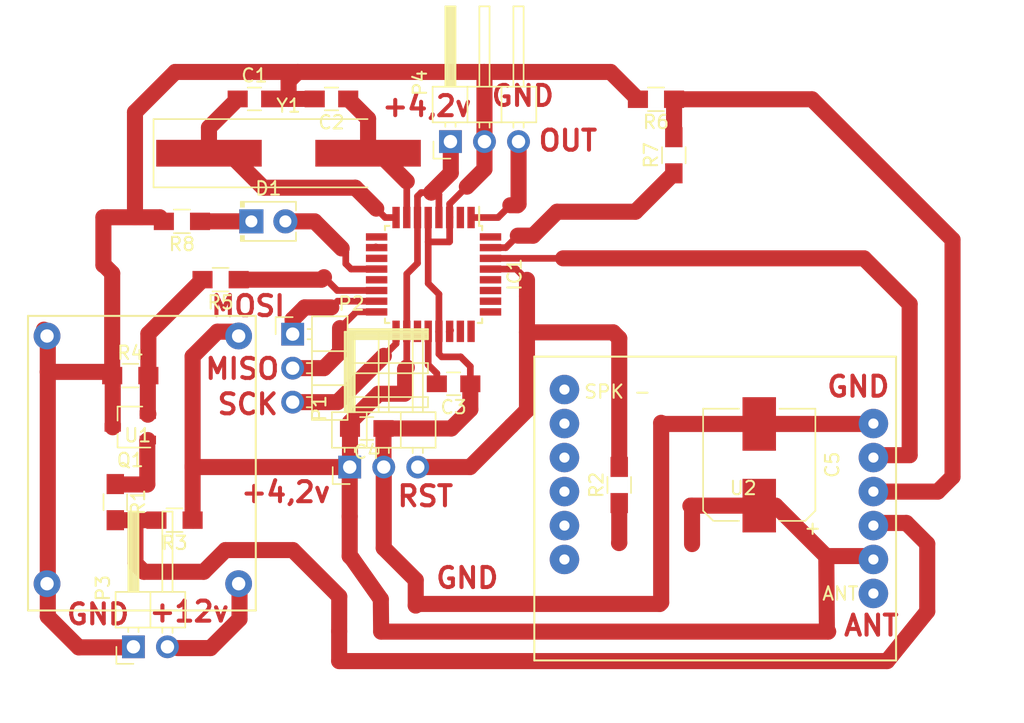
<source format=kicad_pcb>
(kicad_pcb (version 4) (host pcbnew 4.0.4-stable)

  (general
    (links 50)
    (no_connects 1)
    (area 93.51784 95.508759 173.62774 151.691961)
    (thickness 1.6)
    (drawings 15)
    (tracks 244)
    (zones 0)
    (modules 23)
    (nets 43)
  )

  (page A4)
  (layers
    (0 F.Cu signal)
    (31 B.Cu signal)
    (32 B.Adhes user)
    (33 F.Adhes user)
    (34 B.Paste user)
    (35 F.Paste user)
    (36 B.SilkS user)
    (37 F.SilkS user)
    (38 B.Mask user)
    (39 F.Mask user)
    (40 Dwgs.User user)
    (41 Cmts.User user)
    (42 Eco1.User user)
    (43 Eco2.User user)
    (44 Edge.Cuts user)
    (45 Margin user)
    (46 B.CrtYd user)
    (47 F.CrtYd user)
    (48 B.Fab user)
    (49 F.Fab user)
  )

  (setup
    (last_trace_width 1.2)
    (user_trace_width 1.2)
    (trace_clearance 0.2)
    (zone_clearance 0.508)
    (zone_45_only no)
    (trace_min 0.2)
    (segment_width 0.2)
    (edge_width 0.15)
    (via_size 0.6)
    (via_drill 0.4)
    (via_min_size 0.4)
    (via_min_drill 0.3)
    (uvia_size 0.3)
    (uvia_drill 0.1)
    (uvias_allowed no)
    (uvia_min_size 0.2)
    (uvia_min_drill 0.1)
    (pcb_text_width 0.3)
    (pcb_text_size 1.5 1.5)
    (mod_edge_width 0.15)
    (mod_text_size 1 1)
    (mod_text_width 0.15)
    (pad_size 1.524 1.524)
    (pad_drill 0.762)
    (pad_to_mask_clearance 0.2)
    (aux_axis_origin 0 0)
    (visible_elements FFFFFFDF)
    (pcbplotparams
      (layerselection 0x00000_80000001)
      (usegerberextensions false)
      (excludeedgelayer true)
      (linewidth 0.100000)
      (plotframeref false)
      (viasonmask false)
      (mode 1)
      (useauxorigin false)
      (hpglpennumber 1)
      (hpglpenspeed 20)
      (hpglpendiameter 15)
      (hpglpenoverlay 2)
      (psnegative false)
      (psa4output false)
      (plotreference true)
      (plotvalue true)
      (plotinvisibletext false)
      (padsonsilk false)
      (subtractmaskfromsilk false)
      (outputformat 4)
      (mirror false)
      (drillshape 0)
      (scaleselection 1)
      (outputdirectory ../))
  )

  (net 0 "")
  (net 1 GND)
  (net 2 +5V)
  (net 3 "Net-(C1-Pad1)")
  (net 4 "Net-(C2-Pad1)")
  (net 5 "Net-(C3-Pad2)")
  (net 6 "Net-(IC1-Pad2)")
  (net 7 "Net-(IC1-Pad14)")
  (net 8 "Net-(Q1-Pad1)")
  (net 9 "Net-(Q1-Pad2)")
  (net 10 "Net-(R1-Pad2)")
  (net 11 "Net-(R6-Pad1)")
  (net 12 "Net-(IC1-Pad1)")
  (net 13 "Net-(IC1-Pad17)")
  (net 14 "Net-(IC1-Pad19)")
  (net 15 "Net-(IC1-Pad11)")
  (net 16 "Net-(IC1-Pad13)")
  (net 17 "Net-(IC1-Pad15)")
  (net 18 "Net-(IC1-Pad16)")
  (net 19 "Net-(IC1-Pad23)")
  (net 20 "Net-(IC1-Pad24)")
  (net 21 "Net-(IC1-Pad26)")
  (net 22 "Net-(IC1-Pad27)")
  (net 23 "Net-(IC1-Pad28)")
  (net 24 "Net-(U2-Pad1)")
  (net 25 "Net-(U2-Pad5)")
  (net 26 "Net-(U2-Pad3)")
  (net 27 "Net-(U2-Pad6)")
  (net 28 "Net-(U2-Pad4)")
  (net 29 "Net-(U2-Pad2)")
  (net 30 "Net-(U2-Pad12)")
  (net 31 "Net-(D1-Pad1)")
  (net 32 "Net-(D1-Pad2)")
  (net 33 "Net-(IC1-Pad9)")
  (net 34 "Net-(IC1-Pad10)")
  (net 35 "Net-(IC1-Pad22)")
  (net 36 "Net-(IC1-Pad25)")
  (net 37 "Net-(IC1-Pad29)")
  (net 38 "Net-(IC1-Pad30)")
  (net 39 "Net-(IC1-Pad31)")
  (net 40 "Net-(IC1-Pad32)")
  (net 41 "Net-(P3-Pad1)")
  (net 42 "Net-(P3-Pad2)")

  (net_class Default "This is the default net class."
    (clearance 0.2)
    (trace_width 0.5)
    (via_dia 0.6)
    (via_drill 0.4)
    (uvia_dia 0.3)
    (uvia_drill 0.1)
    (add_net +5V)
    (add_net GND)
    (add_net "Net-(C1-Pad1)")
    (add_net "Net-(C2-Pad1)")
    (add_net "Net-(C3-Pad2)")
    (add_net "Net-(D1-Pad1)")
    (add_net "Net-(D1-Pad2)")
    (add_net "Net-(IC1-Pad1)")
    (add_net "Net-(IC1-Pad10)")
    (add_net "Net-(IC1-Pad11)")
    (add_net "Net-(IC1-Pad13)")
    (add_net "Net-(IC1-Pad14)")
    (add_net "Net-(IC1-Pad15)")
    (add_net "Net-(IC1-Pad16)")
    (add_net "Net-(IC1-Pad17)")
    (add_net "Net-(IC1-Pad19)")
    (add_net "Net-(IC1-Pad2)")
    (add_net "Net-(IC1-Pad22)")
    (add_net "Net-(IC1-Pad23)")
    (add_net "Net-(IC1-Pad24)")
    (add_net "Net-(IC1-Pad25)")
    (add_net "Net-(IC1-Pad26)")
    (add_net "Net-(IC1-Pad27)")
    (add_net "Net-(IC1-Pad28)")
    (add_net "Net-(IC1-Pad29)")
    (add_net "Net-(IC1-Pad30)")
    (add_net "Net-(IC1-Pad31)")
    (add_net "Net-(IC1-Pad32)")
    (add_net "Net-(IC1-Pad9)")
    (add_net "Net-(P3-Pad1)")
    (add_net "Net-(P3-Pad2)")
    (add_net "Net-(Q1-Pad1)")
    (add_net "Net-(Q1-Pad2)")
    (add_net "Net-(R1-Pad2)")
    (add_net "Net-(R6-Pad1)")
    (add_net "Net-(U2-Pad1)")
    (add_net "Net-(U2-Pad12)")
    (add_net "Net-(U2-Pad2)")
    (add_net "Net-(U2-Pad3)")
    (add_net "Net-(U2-Pad4)")
    (add_net "Net-(U2-Pad5)")
    (add_net "Net-(U2-Pad6)")
  )

  (net_class "bold track" ""
    (clearance 0.2)
    (trace_width 1)
    (via_dia 0.6)
    (via_drill 0.4)
    (uvia_dia 0.3)
    (uvia_drill 0.1)
  )

  (module boards:sim800c (layer F.Cu) (tedit 5A45E1FF) (tstamp 5A47E508)
    (at 160.2486 122.2248 180)
    (path /5A36E8B7)
    (fp_text reference U2 (at 11.41 -9.94 180) (layer F.SilkS)
      (effects (font (size 1 1) (thickness 0.15)))
    )
    (fp_text value SIM800C (at 11.91 -12.44 360) (layer F.Fab)
      (effects (font (size 1 1) (thickness 0.15)))
    )
    (fp_text user "SPK -" (at 20.79 -2.74 180) (layer F.SilkS)
      (effects (font (size 1 1) (thickness 0.15)))
    )
    (fp_text user ANT (at 4.16 -17.82 180) (layer F.SilkS)
      (effects (font (size 1 1) (thickness 0.15)))
    )
    (fp_line (start 27 -22.81) (end 27 -0.12) (layer F.SilkS) (width 0.15))
    (fp_line (start 0 -0.12) (end 27 -0.12) (layer F.SilkS) (width 0.15))
    (fp_line (start 0 -0.12) (end 0 -22.81) (layer F.SilkS) (width 0.15))
    (fp_line (start 0 -22.81) (end 27 -22.81) (layer F.SilkS) (width 0.15))
    (pad 1 thru_hole circle (at 24.75 -2.58) (size 2.2 2.2) (drill 0.762) (layers *.Cu *.Mask)
      (net 24 "Net-(U2-Pad1)"))
    (pad 5 thru_hole circle (at 24.75 -12.74) (size 2.2 2.2) (drill 0.762) (layers *.Cu *.Mask)
      (net 25 "Net-(U2-Pad5)"))
    (pad 3 thru_hole circle (at 24.75 -7.66) (size 2.2 2.2) (drill 0.762) (layers *.Cu *.Mask)
      (net 26 "Net-(U2-Pad3)"))
    (pad 6 thru_hole circle (at 24.75 -15.27) (size 2.2 2.2) (drill 0.762) (layers *.Cu *.Mask)
      (net 27 "Net-(U2-Pad6)"))
    (pad 4 thru_hole circle (at 24.75 -10.2) (size 2.2 2.2) (drill 0.762) (layers *.Cu *.Mask)
      (net 28 "Net-(U2-Pad4)"))
    (pad 2 thru_hole circle (at 24.75 -5.12) (size 2.2 2.2) (drill 0.762) (layers *.Cu *.Mask)
      (net 29 "Net-(U2-Pad2)"))
    (pad 7 thru_hole circle (at 1.69 -5.12) (size 2.2 2.2) (drill 0.762) (layers *.Cu *.Mask)
      (net 1 GND))
    (pad 8 thru_hole circle (at 1.69 -7.66) (size 2.2 2.2) (drill 0.762) (layers *.Cu *.Mask)
      (net 38 "Net-(IC1-Pad30)"))
    (pad 9 thru_hole circle (at 1.69 -10.2) (size 2.2 2.2) (drill 0.762) (layers *.Cu *.Mask)
      (net 11 "Net-(R6-Pad1)"))
    (pad 10 thru_hole circle (at 1.69 -12.74) (size 2.2 2.2) (drill 0.762) (layers *.Cu *.Mask)
      (net 10 "Net-(R1-Pad2)"))
    (pad 11 thru_hole circle (at 1.69 -15.27) (size 2.2 2.2) (drill 0.762) (layers *.Cu *.Mask)
      (net 2 +5V))
    (pad 12 thru_hole circle (at 1.69 -17.81) (size 2.2 2.2) (drill 0.762) (layers *.Cu *.Mask)
      (net 30 "Net-(U2-Pad12)"))
  )

  (module Resistors_SMD:R_0805_HandSoldering (layer F.Cu) (tedit 58E0A804) (tstamp 5A3998A3)
    (at 143.6624 107.30484 90)
    (descr "Resistor SMD 0805, hand soldering")
    (tags "resistor 0805")
    (path /5A39C07A)
    (attr smd)
    (fp_text reference R7 (at 0 -1.7 90) (layer F.SilkS)
      (effects (font (size 1 1) (thickness 0.15)))
    )
    (fp_text value 100 (at 0 1.75 90) (layer F.Fab)
      (effects (font (size 1 1) (thickness 0.15)))
    )
    (fp_text user %R (at 0 0 90) (layer F.Fab)
      (effects (font (size 0.5 0.5) (thickness 0.075)))
    )
    (fp_line (start -1 0.62) (end -1 -0.62) (layer F.Fab) (width 0.1))
    (fp_line (start 1 0.62) (end -1 0.62) (layer F.Fab) (width 0.1))
    (fp_line (start 1 -0.62) (end 1 0.62) (layer F.Fab) (width 0.1))
    (fp_line (start -1 -0.62) (end 1 -0.62) (layer F.Fab) (width 0.1))
    (fp_line (start 0.6 0.88) (end -0.6 0.88) (layer F.SilkS) (width 0.12))
    (fp_line (start -0.6 -0.88) (end 0.6 -0.88) (layer F.SilkS) (width 0.12))
    (fp_line (start -2.35 -0.9) (end 2.35 -0.9) (layer F.CrtYd) (width 0.05))
    (fp_line (start -2.35 -0.9) (end -2.35 0.9) (layer F.CrtYd) (width 0.05))
    (fp_line (start 2.35 0.9) (end 2.35 -0.9) (layer F.CrtYd) (width 0.05))
    (fp_line (start 2.35 0.9) (end -2.35 0.9) (layer F.CrtYd) (width 0.05))
    (pad 1 smd rect (at -1.35 0 90) (size 1.5 1.3) (layers F.Cu F.Paste F.Mask)
      (net 39 "Net-(IC1-Pad31)"))
    (pad 2 smd rect (at 1.35 0 90) (size 1.5 1.3) (layers F.Cu F.Paste F.Mask)
      (net 11 "Net-(R6-Pad1)"))
    (model ${KISYS3DMOD}/Resistors_SMD.3dshapes/R_0805.wrl
      (at (xyz 0 0 0))
      (scale (xyz 1 1 1))
      (rotate (xyz 0 0 0))
    )
  )

  (module Capacitors_SMD:C_0805_HandSoldering (layer F.Cu) (tedit 58AA84A8) (tstamp 5A399836)
    (at 112.35944 103.0986)
    (descr "Capacitor SMD 0805, hand soldering")
    (tags "capacitor 0805")
    (path /5A38CCFE)
    (attr smd)
    (fp_text reference C1 (at 0 -1.75) (layer F.SilkS)
      (effects (font (size 1 1) (thickness 0.15)))
    )
    (fp_text value 22pF (at 0 1.75) (layer F.Fab)
      (effects (font (size 1 1) (thickness 0.15)))
    )
    (fp_text user %R (at 0 -1.75) (layer F.Fab)
      (effects (font (size 1 1) (thickness 0.15)))
    )
    (fp_line (start -1 0.62) (end -1 -0.62) (layer F.Fab) (width 0.1))
    (fp_line (start 1 0.62) (end -1 0.62) (layer F.Fab) (width 0.1))
    (fp_line (start 1 -0.62) (end 1 0.62) (layer F.Fab) (width 0.1))
    (fp_line (start -1 -0.62) (end 1 -0.62) (layer F.Fab) (width 0.1))
    (fp_line (start 0.5 -0.85) (end -0.5 -0.85) (layer F.SilkS) (width 0.12))
    (fp_line (start -0.5 0.85) (end 0.5 0.85) (layer F.SilkS) (width 0.12))
    (fp_line (start -2.25 -0.88) (end 2.25 -0.88) (layer F.CrtYd) (width 0.05))
    (fp_line (start -2.25 -0.88) (end -2.25 0.87) (layer F.CrtYd) (width 0.05))
    (fp_line (start 2.25 0.87) (end 2.25 -0.88) (layer F.CrtYd) (width 0.05))
    (fp_line (start 2.25 0.87) (end -2.25 0.87) (layer F.CrtYd) (width 0.05))
    (pad 1 smd rect (at -1.25 0) (size 1.5 1.25) (layers F.Cu F.Paste F.Mask)
      (net 3 "Net-(C1-Pad1)"))
    (pad 2 smd rect (at 1.25 0) (size 1.5 1.25) (layers F.Cu F.Paste F.Mask)
      (net 1 GND))
    (model Capacitors_SMD.3dshapes/C_0805.wrl
      (at (xyz 0 0 0))
      (scale (xyz 1 1 1))
      (rotate (xyz 0 0 0))
    )
  )

  (module Capacitors_SMD:C_0805_HandSoldering (layer F.Cu) (tedit 58AA84A8) (tstamp 5A39983C)
    (at 118.11 103.0986 180)
    (descr "Capacitor SMD 0805, hand soldering")
    (tags "capacitor 0805")
    (path /5A38CD59)
    (attr smd)
    (fp_text reference C2 (at 0 -1.75 180) (layer F.SilkS)
      (effects (font (size 1 1) (thickness 0.15)))
    )
    (fp_text value 22pF (at 0 1.75 180) (layer F.Fab)
      (effects (font (size 1 1) (thickness 0.15)))
    )
    (fp_text user %R (at 0 -1.75 180) (layer F.Fab)
      (effects (font (size 1 1) (thickness 0.15)))
    )
    (fp_line (start -1 0.62) (end -1 -0.62) (layer F.Fab) (width 0.1))
    (fp_line (start 1 0.62) (end -1 0.62) (layer F.Fab) (width 0.1))
    (fp_line (start 1 -0.62) (end 1 0.62) (layer F.Fab) (width 0.1))
    (fp_line (start -1 -0.62) (end 1 -0.62) (layer F.Fab) (width 0.1))
    (fp_line (start 0.5 -0.85) (end -0.5 -0.85) (layer F.SilkS) (width 0.12))
    (fp_line (start -0.5 0.85) (end 0.5 0.85) (layer F.SilkS) (width 0.12))
    (fp_line (start -2.25 -0.88) (end 2.25 -0.88) (layer F.CrtYd) (width 0.05))
    (fp_line (start -2.25 -0.88) (end -2.25 0.87) (layer F.CrtYd) (width 0.05))
    (fp_line (start 2.25 0.87) (end 2.25 -0.88) (layer F.CrtYd) (width 0.05))
    (fp_line (start 2.25 0.87) (end -2.25 0.87) (layer F.CrtYd) (width 0.05))
    (pad 1 smd rect (at -1.25 0 180) (size 1.5 1.25) (layers F.Cu F.Paste F.Mask)
      (net 4 "Net-(C2-Pad1)"))
    (pad 2 smd rect (at 1.25 0 180) (size 1.5 1.25) (layers F.Cu F.Paste F.Mask)
      (net 1 GND))
    (model Capacitors_SMD.3dshapes/C_0805.wrl
      (at (xyz 0 0 0))
      (scale (xyz 1 1 1))
      (rotate (xyz 0 0 0))
    )
  )

  (module Capacitors_SMD:C_0805_HandSoldering (layer F.Cu) (tedit 58AA84A8) (tstamp 5A399842)
    (at 127.22352 124.37364 180)
    (descr "Capacitor SMD 0805, hand soldering")
    (tags "capacitor 0805")
    (path /5A3991EB)
    (attr smd)
    (fp_text reference C3 (at 0 -1.75 180) (layer F.SilkS)
      (effects (font (size 1 1) (thickness 0.15)))
    )
    (fp_text value 0,1mF (at 0 1.75 180) (layer F.Fab)
      (effects (font (size 1 1) (thickness 0.15)))
    )
    (fp_text user %R (at 0 -1.75 180) (layer F.Fab)
      (effects (font (size 1 1) (thickness 0.15)))
    )
    (fp_line (start -1 0.62) (end -1 -0.62) (layer F.Fab) (width 0.1))
    (fp_line (start 1 0.62) (end -1 0.62) (layer F.Fab) (width 0.1))
    (fp_line (start 1 -0.62) (end 1 0.62) (layer F.Fab) (width 0.1))
    (fp_line (start -1 -0.62) (end 1 -0.62) (layer F.Fab) (width 0.1))
    (fp_line (start 0.5 -0.85) (end -0.5 -0.85) (layer F.SilkS) (width 0.12))
    (fp_line (start -0.5 0.85) (end 0.5 0.85) (layer F.SilkS) (width 0.12))
    (fp_line (start -2.25 -0.88) (end 2.25 -0.88) (layer F.CrtYd) (width 0.05))
    (fp_line (start -2.25 -0.88) (end -2.25 0.87) (layer F.CrtYd) (width 0.05))
    (fp_line (start 2.25 0.87) (end 2.25 -0.88) (layer F.CrtYd) (width 0.05))
    (fp_line (start 2.25 0.87) (end -2.25 0.87) (layer F.CrtYd) (width 0.05))
    (pad 1 smd rect (at -1.25 0 180) (size 1.5 1.25) (layers F.Cu F.Paste F.Mask)
      (net 1 GND))
    (pad 2 smd rect (at 1.25 0 180) (size 1.5 1.25) (layers F.Cu F.Paste F.Mask)
      (net 5 "Net-(C3-Pad2)"))
    (model Capacitors_SMD.3dshapes/C_0805.wrl
      (at (xyz 0 0 0))
      (scale (xyz 1 1 1))
      (rotate (xyz 0 0 0))
    )
  )

  (module Capacitors_SMD:C_0805_HandSoldering (layer F.Cu) (tedit 58AA84A8) (tstamp 5A399848)
    (at 120.74144 127.7112 180)
    (descr "Capacitor SMD 0805, hand soldering")
    (tags "capacitor 0805")
    (path /5A399067)
    (attr smd)
    (fp_text reference C4 (at 0 -1.75 180) (layer F.SilkS)
      (effects (font (size 1 1) (thickness 0.15)))
    )
    (fp_text value 0,1mF (at 0 1.75 180) (layer F.Fab)
      (effects (font (size 1 1) (thickness 0.15)))
    )
    (fp_text user %R (at 0 -1.75 180) (layer F.Fab)
      (effects (font (size 1 1) (thickness 0.15)))
    )
    (fp_line (start -1 0.62) (end -1 -0.62) (layer F.Fab) (width 0.1))
    (fp_line (start 1 0.62) (end -1 0.62) (layer F.Fab) (width 0.1))
    (fp_line (start 1 -0.62) (end 1 0.62) (layer F.Fab) (width 0.1))
    (fp_line (start -1 -0.62) (end 1 -0.62) (layer F.Fab) (width 0.1))
    (fp_line (start 0.5 -0.85) (end -0.5 -0.85) (layer F.SilkS) (width 0.12))
    (fp_line (start -0.5 0.85) (end 0.5 0.85) (layer F.SilkS) (width 0.12))
    (fp_line (start -2.25 -0.88) (end 2.25 -0.88) (layer F.CrtYd) (width 0.05))
    (fp_line (start -2.25 -0.88) (end -2.25 0.87) (layer F.CrtYd) (width 0.05))
    (fp_line (start 2.25 0.87) (end 2.25 -0.88) (layer F.CrtYd) (width 0.05))
    (fp_line (start 2.25 0.87) (end -2.25 0.87) (layer F.CrtYd) (width 0.05))
    (pad 1 smd rect (at -1.25 0 180) (size 1.5 1.25) (layers F.Cu F.Paste F.Mask)
      (net 1 GND))
    (pad 2 smd rect (at 1.25 0 180) (size 1.5 1.25) (layers F.Cu F.Paste F.Mask)
      (net 2 +5V))
    (model Capacitors_SMD.3dshapes/C_0805.wrl
      (at (xyz 0 0 0))
      (scale (xyz 1 1 1))
      (rotate (xyz 0 0 0))
    )
  )

  (module Capacitors_SMD:CP_Elec_8x10.5 (layer F.Cu) (tedit 58AA8BC3) (tstamp 5A39984E)
    (at 150.0378 130.42392 90)
    (descr "SMT capacitor, aluminium electrolytic, 8x10.5")
    (path /5A398F8F)
    (attr smd)
    (fp_text reference C5 (at 0 5.45 90) (layer F.SilkS)
      (effects (font (size 1 1) (thickness 0.15)))
    )
    (fp_text value 47mF (at 0 -5.45 90) (layer F.Fab)
      (effects (font (size 1 1) (thickness 0.15)))
    )
    (fp_circle (center 0 0) (end 1.3 3.7) (layer F.Fab) (width 0.1))
    (fp_text user + (at -2.27 -0.08 90) (layer F.Fab)
      (effects (font (size 1 1) (thickness 0.15)))
    )
    (fp_text user + (at -4.78 3.91 90) (layer F.SilkS)
      (effects (font (size 1 1) (thickness 0.15)))
    )
    (fp_text user %R (at 0 5.45 90) (layer F.Fab)
      (effects (font (size 1 1) (thickness 0.15)))
    )
    (fp_line (start 4.04 4.04) (end 4.04 -4.04) (layer F.Fab) (width 0.1))
    (fp_line (start -3.37 4.04) (end 4.04 4.04) (layer F.Fab) (width 0.1))
    (fp_line (start -4.04 3.37) (end -3.37 4.04) (layer F.Fab) (width 0.1))
    (fp_line (start -4.04 -3.37) (end -4.04 3.37) (layer F.Fab) (width 0.1))
    (fp_line (start -3.37 -4.04) (end -4.04 -3.37) (layer F.Fab) (width 0.1))
    (fp_line (start 4.04 -4.04) (end -3.37 -4.04) (layer F.Fab) (width 0.1))
    (fp_line (start -4.19 3.43) (end -4.19 1.51) (layer F.SilkS) (width 0.12))
    (fp_line (start -4.19 -3.43) (end -4.19 -1.51) (layer F.SilkS) (width 0.12))
    (fp_line (start 4.19 4.19) (end 4.19 1.51) (layer F.SilkS) (width 0.12))
    (fp_line (start 4.19 -4.19) (end 4.19 -1.51) (layer F.SilkS) (width 0.12))
    (fp_line (start 4.19 4.19) (end -3.43 4.19) (layer F.SilkS) (width 0.12))
    (fp_line (start -3.43 4.19) (end -4.19 3.43) (layer F.SilkS) (width 0.12))
    (fp_line (start -4.19 -3.43) (end -3.43 -4.19) (layer F.SilkS) (width 0.12))
    (fp_line (start -3.43 -4.19) (end 4.19 -4.19) (layer F.SilkS) (width 0.12))
    (fp_line (start -5.3 -4.29) (end 5.3 -4.29) (layer F.CrtYd) (width 0.05))
    (fp_line (start -5.3 -4.29) (end -5.3 4.29) (layer F.CrtYd) (width 0.05))
    (fp_line (start 5.3 4.29) (end 5.3 -4.29) (layer F.CrtYd) (width 0.05))
    (fp_line (start 5.3 4.29) (end -5.3 4.29) (layer F.CrtYd) (width 0.05))
    (pad 1 smd rect (at -3.05 0 270) (size 4 2.5) (layers F.Cu F.Paste F.Mask)
      (net 2 +5V))
    (pad 2 smd rect (at 3.05 0 270) (size 4 2.5) (layers F.Cu F.Paste F.Mask)
      (net 1 GND))
    (model Capacitors_SMD.3dshapes/CP_Elec_8x10.5.wrl
      (at (xyz 0 0 0))
      (scale (xyz 1 1 1))
      (rotate (xyz 0 0 180))
    )
  )

  (module Housings_QFP:TQFP-32_7x7mm_Pitch0.8mm (layer F.Cu) (tedit 58CC9A48) (tstamp 5A399872)
    (at 125.73 116.205 270)
    (descr "32-Lead Plastic Thin Quad Flatpack (PT) - 7x7x1.0 mm Body, 2.00 mm [TQFP] (see Microchip Packaging Specification 00000049BS.pdf)")
    (tags "QFP 0.8")
    (path /5A42BAF8)
    (attr smd)
    (fp_text reference IC1 (at 0 -6.05 270) (layer F.SilkS)
      (effects (font (size 1 1) (thickness 0.15)))
    )
    (fp_text value ATMEGA328P-A (at 0 6.05 270) (layer F.Fab)
      (effects (font (size 1 1) (thickness 0.15)))
    )
    (fp_text user %R (at 0 0 270) (layer F.Fab)
      (effects (font (size 1 1) (thickness 0.15)))
    )
    (fp_line (start -2.5 -3.5) (end 3.5 -3.5) (layer F.Fab) (width 0.15))
    (fp_line (start 3.5 -3.5) (end 3.5 3.5) (layer F.Fab) (width 0.15))
    (fp_line (start 3.5 3.5) (end -3.5 3.5) (layer F.Fab) (width 0.15))
    (fp_line (start -3.5 3.5) (end -3.5 -2.5) (layer F.Fab) (width 0.15))
    (fp_line (start -3.5 -2.5) (end -2.5 -3.5) (layer F.Fab) (width 0.15))
    (fp_line (start -5.3 -5.3) (end -5.3 5.3) (layer F.CrtYd) (width 0.05))
    (fp_line (start 5.3 -5.3) (end 5.3 5.3) (layer F.CrtYd) (width 0.05))
    (fp_line (start -5.3 -5.3) (end 5.3 -5.3) (layer F.CrtYd) (width 0.05))
    (fp_line (start -5.3 5.3) (end 5.3 5.3) (layer F.CrtYd) (width 0.05))
    (fp_line (start -3.625 -3.625) (end -3.625 -3.4) (layer F.SilkS) (width 0.15))
    (fp_line (start 3.625 -3.625) (end 3.625 -3.3) (layer F.SilkS) (width 0.15))
    (fp_line (start 3.625 3.625) (end 3.625 3.3) (layer F.SilkS) (width 0.15))
    (fp_line (start -3.625 3.625) (end -3.625 3.3) (layer F.SilkS) (width 0.15))
    (fp_line (start -3.625 -3.625) (end -3.3 -3.625) (layer F.SilkS) (width 0.15))
    (fp_line (start -3.625 3.625) (end -3.3 3.625) (layer F.SilkS) (width 0.15))
    (fp_line (start 3.625 3.625) (end 3.3 3.625) (layer F.SilkS) (width 0.15))
    (fp_line (start 3.625 -3.625) (end 3.3 -3.625) (layer F.SilkS) (width 0.15))
    (fp_line (start -3.625 -3.4) (end -5.05 -3.4) (layer F.SilkS) (width 0.15))
    (pad 1 smd rect (at -4.25 -2.8 270) (size 1.6 0.55) (layers F.Cu F.Paste F.Mask)
      (net 12 "Net-(IC1-Pad1)"))
    (pad 2 smd rect (at -4.25 -2 270) (size 1.6 0.55) (layers F.Cu F.Paste F.Mask)
      (net 6 "Net-(IC1-Pad2)"))
    (pad 3 smd rect (at -4.25 -1.2 270) (size 1.6 0.55) (layers F.Cu F.Paste F.Mask)
      (net 1 GND))
    (pad 4 smd rect (at -4.25 -0.4 270) (size 1.6 0.55) (layers F.Cu F.Paste F.Mask)
      (net 2 +5V))
    (pad 5 smd rect (at -4.25 0.4 270) (size 1.6 0.55) (layers F.Cu F.Paste F.Mask)
      (net 1 GND))
    (pad 6 smd rect (at -4.25 1.2 270) (size 1.6 0.55) (layers F.Cu F.Paste F.Mask)
      (net 2 +5V))
    (pad 7 smd rect (at -4.25 2 270) (size 1.6 0.55) (layers F.Cu F.Paste F.Mask)
      (net 4 "Net-(C2-Pad1)"))
    (pad 8 smd rect (at -4.25 2.8 270) (size 1.6 0.55) (layers F.Cu F.Paste F.Mask)
      (net 3 "Net-(C1-Pad1)"))
    (pad 9 smd rect (at -2.8 4.25) (size 1.6 0.55) (layers F.Cu F.Paste F.Mask)
      (net 33 "Net-(IC1-Pad9)"))
    (pad 10 smd rect (at -2 4.25) (size 1.6 0.55) (layers F.Cu F.Paste F.Mask)
      (net 34 "Net-(IC1-Pad10)"))
    (pad 11 smd rect (at -1.2 4.25) (size 1.6 0.55) (layers F.Cu F.Paste F.Mask)
      (net 15 "Net-(IC1-Pad11)"))
    (pad 12 smd rect (at -0.4 4.25) (size 1.6 0.55) (layers F.Cu F.Paste F.Mask)
      (net 32 "Net-(D1-Pad2)"))
    (pad 13 smd rect (at 0.4 4.25) (size 1.6 0.55) (layers F.Cu F.Paste F.Mask)
      (net 16 "Net-(IC1-Pad13)"))
    (pad 14 smd rect (at 1.2 4.25) (size 1.6 0.55) (layers F.Cu F.Paste F.Mask)
      (net 7 "Net-(IC1-Pad14)"))
    (pad 15 smd rect (at 2 4.25) (size 1.6 0.55) (layers F.Cu F.Paste F.Mask)
      (net 17 "Net-(IC1-Pad15)"))
    (pad 16 smd rect (at 2.8 4.25) (size 1.6 0.55) (layers F.Cu F.Paste F.Mask)
      (net 18 "Net-(IC1-Pad16)"))
    (pad 17 smd rect (at 4.25 2.8 270) (size 1.6 0.55) (layers F.Cu F.Paste F.Mask)
      (net 13 "Net-(IC1-Pad17)"))
    (pad 18 smd rect (at 4.25 2 270) (size 1.6 0.55) (layers F.Cu F.Paste F.Mask)
      (net 2 +5V))
    (pad 19 smd rect (at 4.25 1.2 270) (size 1.6 0.55) (layers F.Cu F.Paste F.Mask)
      (net 14 "Net-(IC1-Pad19)"))
    (pad 20 smd rect (at 4.25 0.4 270) (size 1.6 0.55) (layers F.Cu F.Paste F.Mask)
      (net 5 "Net-(C3-Pad2)"))
    (pad 21 smd rect (at 4.25 -0.4 270) (size 1.6 0.55) (layers F.Cu F.Paste F.Mask)
      (net 1 GND))
    (pad 22 smd rect (at 4.25 -1.2 270) (size 1.6 0.55) (layers F.Cu F.Paste F.Mask)
      (net 35 "Net-(IC1-Pad22)"))
    (pad 23 smd rect (at 4.25 -2 270) (size 1.6 0.55) (layers F.Cu F.Paste F.Mask)
      (net 19 "Net-(IC1-Pad23)"))
    (pad 24 smd rect (at 4.25 -2.8 270) (size 1.6 0.55) (layers F.Cu F.Paste F.Mask)
      (net 20 "Net-(IC1-Pad24)"))
    (pad 25 smd rect (at 2.8 -4.25) (size 1.6 0.55) (layers F.Cu F.Paste F.Mask)
      (net 36 "Net-(IC1-Pad25)"))
    (pad 26 smd rect (at 2 -4.25) (size 1.6 0.55) (layers F.Cu F.Paste F.Mask)
      (net 21 "Net-(IC1-Pad26)"))
    (pad 27 smd rect (at 1.2 -4.25) (size 1.6 0.55) (layers F.Cu F.Paste F.Mask)
      (net 22 "Net-(IC1-Pad27)"))
    (pad 28 smd rect (at 0.4 -4.25) (size 1.6 0.55) (layers F.Cu F.Paste F.Mask)
      (net 23 "Net-(IC1-Pad28)"))
    (pad 29 smd rect (at -0.4 -4.25) (size 1.6 0.55) (layers F.Cu F.Paste F.Mask)
      (net 37 "Net-(IC1-Pad29)"))
    (pad 30 smd rect (at -1.2 -4.25) (size 1.6 0.55) (layers F.Cu F.Paste F.Mask)
      (net 38 "Net-(IC1-Pad30)"))
    (pad 31 smd rect (at -2 -4.25) (size 1.6 0.55) (layers F.Cu F.Paste F.Mask)
      (net 39 "Net-(IC1-Pad31)"))
    (pad 32 smd rect (at -2.8 -4.25) (size 1.6 0.55) (layers F.Cu F.Paste F.Mask)
      (net 40 "Net-(IC1-Pad32)"))
    (model ${KISYS3DMOD}/Housings_QFP.3dshapes/TQFP-32_7x7mm_Pitch0.8mm.wrl
      (at (xyz 0 0 0))
      (scale (xyz 1 1 1))
      (rotate (xyz 0 0 0))
    )
  )

  (module TO_SOT_Packages_SMD:TSOT-23 (layer F.Cu) (tedit 58CE4E80) (tstamp 5A399879)
    (at 103.09352 127.62484 180)
    (descr "3-pin TSOT23 package, http://www.analog.com.tw/pdf/All_In_One.pdf")
    (tags TSOT-23)
    (path /5A3994E3)
    (attr smd)
    (fp_text reference Q1 (at 0 -2.45 180) (layer F.SilkS)
      (effects (font (size 1 1) (thickness 0.15)))
    )
    (fp_text value BC337 (at 0 2.5 180) (layer F.Fab)
      (effects (font (size 1 1) (thickness 0.15)))
    )
    (fp_text user %R (at 0 0 270) (layer F.Fab)
      (effects (font (size 0.5 0.5) (thickness 0.075)))
    )
    (fp_line (start 0.95 0.5) (end 0.95 1.55) (layer F.SilkS) (width 0.12))
    (fp_line (start 0.95 1.55) (end -0.9 1.55) (layer F.SilkS) (width 0.12))
    (fp_line (start 0.95 -1.5) (end 0.95 -0.5) (layer F.SilkS) (width 0.12))
    (fp_line (start 0.93 -1.51) (end -1.5 -1.51) (layer F.SilkS) (width 0.12))
    (fp_line (start -0.88 -1) (end -0.43 -1.45) (layer F.Fab) (width 0.1))
    (fp_line (start 0.88 -1.45) (end -0.43 -1.45) (layer F.Fab) (width 0.1))
    (fp_line (start -0.88 -1) (end -0.88 1.45) (layer F.Fab) (width 0.1))
    (fp_line (start 0.88 1.45) (end -0.88 1.45) (layer F.Fab) (width 0.1))
    (fp_line (start 0.88 -1.45) (end 0.88 1.45) (layer F.Fab) (width 0.1))
    (fp_line (start -2.17 -1.7) (end 2.17 -1.7) (layer F.CrtYd) (width 0.05))
    (fp_line (start -2.17 -1.7) (end -2.17 1.7) (layer F.CrtYd) (width 0.05))
    (fp_line (start 2.17 1.7) (end 2.17 -1.7) (layer F.CrtYd) (width 0.05))
    (fp_line (start 2.17 1.7) (end -2.17 1.7) (layer F.CrtYd) (width 0.05))
    (pad 1 smd rect (at -1.31 -0.95 180) (size 1.22 0.65) (layers F.Cu F.Paste F.Mask)
      (net 8 "Net-(Q1-Pad1)"))
    (pad 2 smd rect (at -1.31 0.95 180) (size 1.22 0.65) (layers F.Cu F.Paste F.Mask)
      (net 9 "Net-(Q1-Pad2)"))
    (pad 3 smd rect (at 1.31 0 180) (size 1.22 0.65) (layers F.Cu F.Paste F.Mask)
      (net 1 GND))
    (model ${KISYS3DMOD}/TO_SOT_Packages_SMD.3dshapes/TSOT-23.wrl
      (at (xyz 0 0 0))
      (scale (xyz 1 1 1))
      (rotate (xyz 0 0 0))
    )
  )

  (module Resistors_SMD:R_0805_HandSoldering (layer F.Cu) (tedit 58E0A804) (tstamp 5A39987F)
    (at 101.97592 133.21284 270)
    (descr "Resistor SMD 0805, hand soldering")
    (tags "resistor 0805")
    (path /5A399833)
    (attr smd)
    (fp_text reference R1 (at 0 -1.7 270) (layer F.SilkS)
      (effects (font (size 1 1) (thickness 0.15)))
    )
    (fp_text value 1k (at 0 1.75 270) (layer F.Fab)
      (effects (font (size 1 1) (thickness 0.15)))
    )
    (fp_text user %R (at 0 0 270) (layer F.Fab)
      (effects (font (size 0.5 0.5) (thickness 0.075)))
    )
    (fp_line (start -1 0.62) (end -1 -0.62) (layer F.Fab) (width 0.1))
    (fp_line (start 1 0.62) (end -1 0.62) (layer F.Fab) (width 0.1))
    (fp_line (start 1 -0.62) (end 1 0.62) (layer F.Fab) (width 0.1))
    (fp_line (start -1 -0.62) (end 1 -0.62) (layer F.Fab) (width 0.1))
    (fp_line (start 0.6 0.88) (end -0.6 0.88) (layer F.SilkS) (width 0.12))
    (fp_line (start -0.6 -0.88) (end 0.6 -0.88) (layer F.SilkS) (width 0.12))
    (fp_line (start -2.35 -0.9) (end 2.35 -0.9) (layer F.CrtYd) (width 0.05))
    (fp_line (start -2.35 -0.9) (end -2.35 0.9) (layer F.CrtYd) (width 0.05))
    (fp_line (start 2.35 0.9) (end 2.35 -0.9) (layer F.CrtYd) (width 0.05))
    (fp_line (start 2.35 0.9) (end -2.35 0.9) (layer F.CrtYd) (width 0.05))
    (pad 1 smd rect (at -1.35 0 270) (size 1.5 1.3) (layers F.Cu F.Paste F.Mask)
      (net 8 "Net-(Q1-Pad1)"))
    (pad 2 smd rect (at 1.35 0 270) (size 1.5 1.3) (layers F.Cu F.Paste F.Mask)
      (net 10 "Net-(R1-Pad2)"))
    (model ${KISYS3DMOD}/Resistors_SMD.3dshapes/R_0805.wrl
      (at (xyz 0 0 0))
      (scale (xyz 1 1 1))
      (rotate (xyz 0 0 0))
    )
  )

  (module Resistors_SMD:R_0805_HandSoldering (layer F.Cu) (tedit 58E0A804) (tstamp 5A399885)
    (at 139.58824 131.93268 90)
    (descr "Resistor SMD 0805, hand soldering")
    (tags "resistor 0805")
    (path /5A3981EA)
    (attr smd)
    (fp_text reference R2 (at 0 -1.7 90) (layer F.SilkS)
      (effects (font (size 1 1) (thickness 0.15)))
    )
    (fp_text value 10k (at 0 1.75 90) (layer F.Fab)
      (effects (font (size 1 1) (thickness 0.15)))
    )
    (fp_text user %R (at 0 0 90) (layer F.Fab)
      (effects (font (size 0.5 0.5) (thickness 0.075)))
    )
    (fp_line (start -1 0.62) (end -1 -0.62) (layer F.Fab) (width 0.1))
    (fp_line (start 1 0.62) (end -1 0.62) (layer F.Fab) (width 0.1))
    (fp_line (start 1 -0.62) (end 1 0.62) (layer F.Fab) (width 0.1))
    (fp_line (start -1 -0.62) (end 1 -0.62) (layer F.Fab) (width 0.1))
    (fp_line (start 0.6 0.88) (end -0.6 0.88) (layer F.SilkS) (width 0.12))
    (fp_line (start -0.6 -0.88) (end 0.6 -0.88) (layer F.SilkS) (width 0.12))
    (fp_line (start -2.35 -0.9) (end 2.35 -0.9) (layer F.CrtYd) (width 0.05))
    (fp_line (start -2.35 -0.9) (end -2.35 0.9) (layer F.CrtYd) (width 0.05))
    (fp_line (start 2.35 0.9) (end 2.35 -0.9) (layer F.CrtYd) (width 0.05))
    (fp_line (start 2.35 0.9) (end -2.35 0.9) (layer F.CrtYd) (width 0.05))
    (pad 1 smd rect (at -1.35 0 90) (size 1.5 1.3) (layers F.Cu F.Paste F.Mask)
      (net 2 +5V))
    (pad 2 smd rect (at 1.35 0 90) (size 1.5 1.3) (layers F.Cu F.Paste F.Mask)
      (net 37 "Net-(IC1-Pad29)"))
    (model ${KISYS3DMOD}/Resistors_SMD.3dshapes/R_0805.wrl
      (at (xyz 0 0 0))
      (scale (xyz 1 1 1))
      (rotate (xyz 0 0 0))
    )
  )

  (module Resistors_SMD:R_0805_HandSoldering (layer F.Cu) (tedit 58E0A804) (tstamp 5A39988B)
    (at 106.39552 134.55904 180)
    (descr "Resistor SMD 0805, hand soldering")
    (tags "resistor 0805")
    (path /5A399906)
    (attr smd)
    (fp_text reference R3 (at 0 -1.7 180) (layer F.SilkS)
      (effects (font (size 1 1) (thickness 0.15)))
    )
    (fp_text value 100k (at 0 1.75 180) (layer F.Fab)
      (effects (font (size 1 1) (thickness 0.15)))
    )
    (fp_text user %R (at 0 0 180) (layer F.Fab)
      (effects (font (size 0.5 0.5) (thickness 0.075)))
    )
    (fp_line (start -1 0.62) (end -1 -0.62) (layer F.Fab) (width 0.1))
    (fp_line (start 1 0.62) (end -1 0.62) (layer F.Fab) (width 0.1))
    (fp_line (start 1 -0.62) (end 1 0.62) (layer F.Fab) (width 0.1))
    (fp_line (start -1 -0.62) (end 1 -0.62) (layer F.Fab) (width 0.1))
    (fp_line (start 0.6 0.88) (end -0.6 0.88) (layer F.SilkS) (width 0.12))
    (fp_line (start -0.6 -0.88) (end 0.6 -0.88) (layer F.SilkS) (width 0.12))
    (fp_line (start -2.35 -0.9) (end 2.35 -0.9) (layer F.CrtYd) (width 0.05))
    (fp_line (start -2.35 -0.9) (end -2.35 0.9) (layer F.CrtYd) (width 0.05))
    (fp_line (start 2.35 0.9) (end 2.35 -0.9) (layer F.CrtYd) (width 0.05))
    (fp_line (start 2.35 0.9) (end -2.35 0.9) (layer F.CrtYd) (width 0.05))
    (pad 1 smd rect (at -1.35 0 180) (size 1.5 1.3) (layers F.Cu F.Paste F.Mask)
      (net 2 +5V))
    (pad 2 smd rect (at 1.35 0 180) (size 1.5 1.3) (layers F.Cu F.Paste F.Mask)
      (net 10 "Net-(R1-Pad2)"))
    (model ${KISYS3DMOD}/Resistors_SMD.3dshapes/R_0805.wrl
      (at (xyz 0 0 0))
      (scale (xyz 1 1 1))
      (rotate (xyz 0 0 0))
    )
  )

  (module Resistors_SMD:R_0805_HandSoldering (layer F.Cu) (tedit 58E0A804) (tstamp 5A399891)
    (at 103.09352 123.76404)
    (descr "Resistor SMD 0805, hand soldering")
    (tags "resistor 0805")
    (path /5A39960C)
    (attr smd)
    (fp_text reference R4 (at 0 -1.7) (layer F.SilkS)
      (effects (font (size 1 1) (thickness 0.15)))
    )
    (fp_text value 47k (at 0 1.75) (layer F.Fab)
      (effects (font (size 1 1) (thickness 0.15)))
    )
    (fp_text user %R (at 0 0) (layer F.Fab)
      (effects (font (size 0.5 0.5) (thickness 0.075)))
    )
    (fp_line (start -1 0.62) (end -1 -0.62) (layer F.Fab) (width 0.1))
    (fp_line (start 1 0.62) (end -1 0.62) (layer F.Fab) (width 0.1))
    (fp_line (start 1 -0.62) (end 1 0.62) (layer F.Fab) (width 0.1))
    (fp_line (start -1 -0.62) (end 1 -0.62) (layer F.Fab) (width 0.1))
    (fp_line (start 0.6 0.88) (end -0.6 0.88) (layer F.SilkS) (width 0.12))
    (fp_line (start -0.6 -0.88) (end 0.6 -0.88) (layer F.SilkS) (width 0.12))
    (fp_line (start -2.35 -0.9) (end 2.35 -0.9) (layer F.CrtYd) (width 0.05))
    (fp_line (start -2.35 -0.9) (end -2.35 0.9) (layer F.CrtYd) (width 0.05))
    (fp_line (start 2.35 0.9) (end 2.35 -0.9) (layer F.CrtYd) (width 0.05))
    (fp_line (start 2.35 0.9) (end -2.35 0.9) (layer F.CrtYd) (width 0.05))
    (pad 1 smd rect (at -1.35 0) (size 1.5 1.3) (layers F.Cu F.Paste F.Mask)
      (net 1 GND))
    (pad 2 smd rect (at 1.35 0) (size 1.5 1.3) (layers F.Cu F.Paste F.Mask)
      (net 9 "Net-(Q1-Pad2)"))
    (model ${KISYS3DMOD}/Resistors_SMD.3dshapes/R_0805.wrl
      (at (xyz 0 0 0))
      (scale (xyz 1 1 1))
      (rotate (xyz 0 0 0))
    )
  )

  (module Resistors_SMD:R_0805_HandSoldering (layer F.Cu) (tedit 58E0A804) (tstamp 5A399897)
    (at 109.83468 116.59616 180)
    (descr "Resistor SMD 0805, hand soldering")
    (tags "resistor 0805")
    (path /5A399645)
    (attr smd)
    (fp_text reference R5 (at 0 -1.7 180) (layer F.SilkS)
      (effects (font (size 1 1) (thickness 0.15)))
    )
    (fp_text value 4.7k (at 0 1.75 180) (layer F.Fab)
      (effects (font (size 1 1) (thickness 0.15)))
    )
    (fp_text user %R (at 0 0 180) (layer F.Fab)
      (effects (font (size 0.5 0.5) (thickness 0.075)))
    )
    (fp_line (start -1 0.62) (end -1 -0.62) (layer F.Fab) (width 0.1))
    (fp_line (start 1 0.62) (end -1 0.62) (layer F.Fab) (width 0.1))
    (fp_line (start 1 -0.62) (end 1 0.62) (layer F.Fab) (width 0.1))
    (fp_line (start -1 -0.62) (end 1 -0.62) (layer F.Fab) (width 0.1))
    (fp_line (start 0.6 0.88) (end -0.6 0.88) (layer F.SilkS) (width 0.12))
    (fp_line (start -0.6 -0.88) (end 0.6 -0.88) (layer F.SilkS) (width 0.12))
    (fp_line (start -2.35 -0.9) (end 2.35 -0.9) (layer F.CrtYd) (width 0.05))
    (fp_line (start -2.35 -0.9) (end -2.35 0.9) (layer F.CrtYd) (width 0.05))
    (fp_line (start 2.35 0.9) (end 2.35 -0.9) (layer F.CrtYd) (width 0.05))
    (fp_line (start 2.35 0.9) (end -2.35 0.9) (layer F.CrtYd) (width 0.05))
    (pad 1 smd rect (at -1.35 0 180) (size 1.5 1.3) (layers F.Cu F.Paste F.Mask)
      (net 7 "Net-(IC1-Pad14)"))
    (pad 2 smd rect (at 1.35 0 180) (size 1.5 1.3) (layers F.Cu F.Paste F.Mask)
      (net 9 "Net-(Q1-Pad2)"))
    (model ${KISYS3DMOD}/Resistors_SMD.3dshapes/R_0805.wrl
      (at (xyz 0 0 0))
      (scale (xyz 1 1 1))
      (rotate (xyz 0 0 0))
    )
  )

  (module Resistors_SMD:R_0805_HandSoldering (layer F.Cu) (tedit 58E0A804) (tstamp 5A39989D)
    (at 142.33144 103.124 180)
    (descr "Resistor SMD 0805, hand soldering")
    (tags "resistor 0805")
    (path /5A39C043)
    (attr smd)
    (fp_text reference R6 (at 0 -1.7 180) (layer F.SilkS)
      (effects (font (size 1 1) (thickness 0.15)))
    )
    (fp_text value 150 (at 0 1.75 180) (layer F.Fab)
      (effects (font (size 1 1) (thickness 0.15)))
    )
    (fp_text user %R (at 0 0 180) (layer F.Fab)
      (effects (font (size 0.5 0.5) (thickness 0.075)))
    )
    (fp_line (start -1 0.62) (end -1 -0.62) (layer F.Fab) (width 0.1))
    (fp_line (start 1 0.62) (end -1 0.62) (layer F.Fab) (width 0.1))
    (fp_line (start 1 -0.62) (end 1 0.62) (layer F.Fab) (width 0.1))
    (fp_line (start -1 -0.62) (end 1 -0.62) (layer F.Fab) (width 0.1))
    (fp_line (start 0.6 0.88) (end -0.6 0.88) (layer F.SilkS) (width 0.12))
    (fp_line (start -0.6 -0.88) (end 0.6 -0.88) (layer F.SilkS) (width 0.12))
    (fp_line (start -2.35 -0.9) (end 2.35 -0.9) (layer F.CrtYd) (width 0.05))
    (fp_line (start -2.35 -0.9) (end -2.35 0.9) (layer F.CrtYd) (width 0.05))
    (fp_line (start 2.35 0.9) (end 2.35 -0.9) (layer F.CrtYd) (width 0.05))
    (fp_line (start 2.35 0.9) (end -2.35 0.9) (layer F.CrtYd) (width 0.05))
    (pad 1 smd rect (at -1.35 0 180) (size 1.5 1.3) (layers F.Cu F.Paste F.Mask)
      (net 11 "Net-(R6-Pad1)"))
    (pad 2 smd rect (at 1.35 0 180) (size 1.5 1.3) (layers F.Cu F.Paste F.Mask)
      (net 1 GND))
    (model ${KISYS3DMOD}/Resistors_SMD.3dshapes/R_0805.wrl
      (at (xyz 0 0 0))
      (scale (xyz 1 1 1))
      (rotate (xyz 0 0 0))
    )
  )

  (module Crystals:Crystal_SMD_HC49-SD_HandSoldering (layer F.Cu) (tedit 58CD2E9D) (tstamp 5A3D8CD9)
    (at 114.90452 107.15244)
    (descr "SMD Crystal HC-49-SD http://cdn-reichelt.de/documents/datenblatt/B400/xxx-HC49-SMD.pdf, hand-soldering, 11.4x4.7mm^2 package")
    (tags "SMD SMT crystal hand-soldering")
    (path /5A38CBA7)
    (attr smd)
    (fp_text reference Y1 (at 0 -3.55) (layer F.SilkS)
      (effects (font (size 1 1) (thickness 0.15)))
    )
    (fp_text value 16Mhz (at 0 3.55) (layer F.Fab)
      (effects (font (size 1 1) (thickness 0.15)))
    )
    (fp_text user %R (at 0 0) (layer F.Fab)
      (effects (font (size 1 1) (thickness 0.15)))
    )
    (fp_line (start -5.7 -2.35) (end -5.7 2.35) (layer F.Fab) (width 0.1))
    (fp_line (start -5.7 2.35) (end 5.7 2.35) (layer F.Fab) (width 0.1))
    (fp_line (start 5.7 2.35) (end 5.7 -2.35) (layer F.Fab) (width 0.1))
    (fp_line (start 5.7 -2.35) (end -5.7 -2.35) (layer F.Fab) (width 0.1))
    (fp_line (start -3.015 -2.115) (end 3.015 -2.115) (layer F.Fab) (width 0.1))
    (fp_line (start -3.015 2.115) (end 3.015 2.115) (layer F.Fab) (width 0.1))
    (fp_line (start 5.9 -2.55) (end -10.075 -2.55) (layer F.SilkS) (width 0.12))
    (fp_line (start -10.075 -2.55) (end -10.075 2.55) (layer F.SilkS) (width 0.12))
    (fp_line (start -10.075 2.55) (end 5.9 2.55) (layer F.SilkS) (width 0.12))
    (fp_line (start -10.2 -2.6) (end -10.2 2.6) (layer F.CrtYd) (width 0.05))
    (fp_line (start -10.2 2.6) (end 10.2 2.6) (layer F.CrtYd) (width 0.05))
    (fp_line (start 10.2 2.6) (end 10.2 -2.6) (layer F.CrtYd) (width 0.05))
    (fp_line (start 10.2 -2.6) (end -10.2 -2.6) (layer F.CrtYd) (width 0.05))
    (fp_arc (start -3.015 0) (end -3.015 -2.115) (angle -180) (layer F.Fab) (width 0.1))
    (fp_arc (start 3.015 0) (end 3.015 -2.115) (angle 180) (layer F.Fab) (width 0.1))
    (pad 1 smd rect (at -5.9375 0) (size 7.875 2) (layers F.Cu F.Paste F.Mask)
      (net 3 "Net-(C1-Pad1)"))
    (pad 2 smd rect (at 5.9375 0) (size 7.875 2) (layers F.Cu F.Paste F.Mask)
      (net 4 "Net-(C2-Pad1)"))
    (model ${KISYS3DMOD}/Crystals.3dshapes/Crystal_SMD_HC49-SD_HandSoldering.wrl
      (at (xyz 0 0 0))
      (scale (xyz 1 1 1))
      (rotate (xyz 0 0 0))
    )
  )

  (module Pin_Headers:Pin_Header_Angled_1x03_Pitch2.54mm (layer F.Cu) (tedit 59650532) (tstamp 5A41689C)
    (at 115.2144 120.66524)
    (descr "Through hole angled pin header, 1x03, 2.54mm pitch, 6mm pin length, single row")
    (tags "Through hole angled pin header THT 1x03 2.54mm single row")
    (path /5A416111)
    (fp_text reference P2 (at 4.385 -2.27) (layer F.SilkS)
      (effects (font (size 1 1) (thickness 0.15)))
    )
    (fp_text value CONN_01X03 (at 4.385 7.35) (layer F.Fab)
      (effects (font (size 1 1) (thickness 0.15)))
    )
    (fp_line (start 2.135 -1.27) (end 4.04 -1.27) (layer F.Fab) (width 0.1))
    (fp_line (start 4.04 -1.27) (end 4.04 6.35) (layer F.Fab) (width 0.1))
    (fp_line (start 4.04 6.35) (end 1.5 6.35) (layer F.Fab) (width 0.1))
    (fp_line (start 1.5 6.35) (end 1.5 -0.635) (layer F.Fab) (width 0.1))
    (fp_line (start 1.5 -0.635) (end 2.135 -1.27) (layer F.Fab) (width 0.1))
    (fp_line (start -0.32 -0.32) (end 1.5 -0.32) (layer F.Fab) (width 0.1))
    (fp_line (start -0.32 -0.32) (end -0.32 0.32) (layer F.Fab) (width 0.1))
    (fp_line (start -0.32 0.32) (end 1.5 0.32) (layer F.Fab) (width 0.1))
    (fp_line (start 4.04 -0.32) (end 10.04 -0.32) (layer F.Fab) (width 0.1))
    (fp_line (start 10.04 -0.32) (end 10.04 0.32) (layer F.Fab) (width 0.1))
    (fp_line (start 4.04 0.32) (end 10.04 0.32) (layer F.Fab) (width 0.1))
    (fp_line (start -0.32 2.22) (end 1.5 2.22) (layer F.Fab) (width 0.1))
    (fp_line (start -0.32 2.22) (end -0.32 2.86) (layer F.Fab) (width 0.1))
    (fp_line (start -0.32 2.86) (end 1.5 2.86) (layer F.Fab) (width 0.1))
    (fp_line (start 4.04 2.22) (end 10.04 2.22) (layer F.Fab) (width 0.1))
    (fp_line (start 10.04 2.22) (end 10.04 2.86) (layer F.Fab) (width 0.1))
    (fp_line (start 4.04 2.86) (end 10.04 2.86) (layer F.Fab) (width 0.1))
    (fp_line (start -0.32 4.76) (end 1.5 4.76) (layer F.Fab) (width 0.1))
    (fp_line (start -0.32 4.76) (end -0.32 5.4) (layer F.Fab) (width 0.1))
    (fp_line (start -0.32 5.4) (end 1.5 5.4) (layer F.Fab) (width 0.1))
    (fp_line (start 4.04 4.76) (end 10.04 4.76) (layer F.Fab) (width 0.1))
    (fp_line (start 10.04 4.76) (end 10.04 5.4) (layer F.Fab) (width 0.1))
    (fp_line (start 4.04 5.4) (end 10.04 5.4) (layer F.Fab) (width 0.1))
    (fp_line (start 1.44 -1.33) (end 1.44 6.41) (layer F.SilkS) (width 0.12))
    (fp_line (start 1.44 6.41) (end 4.1 6.41) (layer F.SilkS) (width 0.12))
    (fp_line (start 4.1 6.41) (end 4.1 -1.33) (layer F.SilkS) (width 0.12))
    (fp_line (start 4.1 -1.33) (end 1.44 -1.33) (layer F.SilkS) (width 0.12))
    (fp_line (start 4.1 -0.38) (end 10.1 -0.38) (layer F.SilkS) (width 0.12))
    (fp_line (start 10.1 -0.38) (end 10.1 0.38) (layer F.SilkS) (width 0.12))
    (fp_line (start 10.1 0.38) (end 4.1 0.38) (layer F.SilkS) (width 0.12))
    (fp_line (start 4.1 -0.32) (end 10.1 -0.32) (layer F.SilkS) (width 0.12))
    (fp_line (start 4.1 -0.2) (end 10.1 -0.2) (layer F.SilkS) (width 0.12))
    (fp_line (start 4.1 -0.08) (end 10.1 -0.08) (layer F.SilkS) (width 0.12))
    (fp_line (start 4.1 0.04) (end 10.1 0.04) (layer F.SilkS) (width 0.12))
    (fp_line (start 4.1 0.16) (end 10.1 0.16) (layer F.SilkS) (width 0.12))
    (fp_line (start 4.1 0.28) (end 10.1 0.28) (layer F.SilkS) (width 0.12))
    (fp_line (start 1.11 -0.38) (end 1.44 -0.38) (layer F.SilkS) (width 0.12))
    (fp_line (start 1.11 0.38) (end 1.44 0.38) (layer F.SilkS) (width 0.12))
    (fp_line (start 1.44 1.27) (end 4.1 1.27) (layer F.SilkS) (width 0.12))
    (fp_line (start 4.1 2.16) (end 10.1 2.16) (layer F.SilkS) (width 0.12))
    (fp_line (start 10.1 2.16) (end 10.1 2.92) (layer F.SilkS) (width 0.12))
    (fp_line (start 10.1 2.92) (end 4.1 2.92) (layer F.SilkS) (width 0.12))
    (fp_line (start 1.042929 2.16) (end 1.44 2.16) (layer F.SilkS) (width 0.12))
    (fp_line (start 1.042929 2.92) (end 1.44 2.92) (layer F.SilkS) (width 0.12))
    (fp_line (start 1.44 3.81) (end 4.1 3.81) (layer F.SilkS) (width 0.12))
    (fp_line (start 4.1 4.7) (end 10.1 4.7) (layer F.SilkS) (width 0.12))
    (fp_line (start 10.1 4.7) (end 10.1 5.46) (layer F.SilkS) (width 0.12))
    (fp_line (start 10.1 5.46) (end 4.1 5.46) (layer F.SilkS) (width 0.12))
    (fp_line (start 1.042929 4.7) (end 1.44 4.7) (layer F.SilkS) (width 0.12))
    (fp_line (start 1.042929 5.46) (end 1.44 5.46) (layer F.SilkS) (width 0.12))
    (fp_line (start -1.27 0) (end -1.27 -1.27) (layer F.SilkS) (width 0.12))
    (fp_line (start -1.27 -1.27) (end 0 -1.27) (layer F.SilkS) (width 0.12))
    (fp_line (start -1.8 -1.8) (end -1.8 6.85) (layer F.CrtYd) (width 0.05))
    (fp_line (start -1.8 6.85) (end 10.55 6.85) (layer F.CrtYd) (width 0.05))
    (fp_line (start 10.55 6.85) (end 10.55 -1.8) (layer F.CrtYd) (width 0.05))
    (fp_line (start 10.55 -1.8) (end -1.8 -1.8) (layer F.CrtYd) (width 0.05))
    (fp_text user %R (at 2.77 2.54 90) (layer F.Fab)
      (effects (font (size 1 1) (thickness 0.15)))
    )
    (pad 1 thru_hole rect (at 0 0) (size 1.7 1.7) (drill 1) (layers *.Cu *.Mask)
      (net 17 "Net-(IC1-Pad15)"))
    (pad 2 thru_hole oval (at 0 2.54) (size 1.7 1.7) (drill 1) (layers *.Cu *.Mask)
      (net 18 "Net-(IC1-Pad16)"))
    (pad 3 thru_hole oval (at 0 5.08) (size 1.7 1.7) (drill 1) (layers *.Cu *.Mask)
      (net 13 "Net-(IC1-Pad17)"))
    (model ${KISYS3DMOD}/Pin_Headers.3dshapes/Pin_Header_Angled_1x03_Pitch2.54mm.wrl
      (at (xyz 0 0 0))
      (scale (xyz 1 1 1))
      (rotate (xyz 0 0 0))
    )
  )

  (module Pin_Headers:Pin_Header_Angled_1x03_Pitch2.54mm (layer F.Cu) (tedit 59650532) (tstamp 5A417064)
    (at 119.47144 130.59156 90)
    (descr "Through hole angled pin header, 1x03, 2.54mm pitch, 6mm pin length, single row")
    (tags "Through hole angled pin header THT 1x03 2.54mm single row")
    (path /5A416B6A)
    (fp_text reference P1 (at 4.385 -2.27 90) (layer F.SilkS)
      (effects (font (size 1 1) (thickness 0.15)))
    )
    (fp_text value CONN_01X03 (at 4.385 7.35 90) (layer F.Fab)
      (effects (font (size 1 1) (thickness 0.15)))
    )
    (fp_line (start 2.135 -1.27) (end 4.04 -1.27) (layer F.Fab) (width 0.1))
    (fp_line (start 4.04 -1.27) (end 4.04 6.35) (layer F.Fab) (width 0.1))
    (fp_line (start 4.04 6.35) (end 1.5 6.35) (layer F.Fab) (width 0.1))
    (fp_line (start 1.5 6.35) (end 1.5 -0.635) (layer F.Fab) (width 0.1))
    (fp_line (start 1.5 -0.635) (end 2.135 -1.27) (layer F.Fab) (width 0.1))
    (fp_line (start -0.32 -0.32) (end 1.5 -0.32) (layer F.Fab) (width 0.1))
    (fp_line (start -0.32 -0.32) (end -0.32 0.32) (layer F.Fab) (width 0.1))
    (fp_line (start -0.32 0.32) (end 1.5 0.32) (layer F.Fab) (width 0.1))
    (fp_line (start 4.04 -0.32) (end 10.04 -0.32) (layer F.Fab) (width 0.1))
    (fp_line (start 10.04 -0.32) (end 10.04 0.32) (layer F.Fab) (width 0.1))
    (fp_line (start 4.04 0.32) (end 10.04 0.32) (layer F.Fab) (width 0.1))
    (fp_line (start -0.32 2.22) (end 1.5 2.22) (layer F.Fab) (width 0.1))
    (fp_line (start -0.32 2.22) (end -0.32 2.86) (layer F.Fab) (width 0.1))
    (fp_line (start -0.32 2.86) (end 1.5 2.86) (layer F.Fab) (width 0.1))
    (fp_line (start 4.04 2.22) (end 10.04 2.22) (layer F.Fab) (width 0.1))
    (fp_line (start 10.04 2.22) (end 10.04 2.86) (layer F.Fab) (width 0.1))
    (fp_line (start 4.04 2.86) (end 10.04 2.86) (layer F.Fab) (width 0.1))
    (fp_line (start -0.32 4.76) (end 1.5 4.76) (layer F.Fab) (width 0.1))
    (fp_line (start -0.32 4.76) (end -0.32 5.4) (layer F.Fab) (width 0.1))
    (fp_line (start -0.32 5.4) (end 1.5 5.4) (layer F.Fab) (width 0.1))
    (fp_line (start 4.04 4.76) (end 10.04 4.76) (layer F.Fab) (width 0.1))
    (fp_line (start 10.04 4.76) (end 10.04 5.4) (layer F.Fab) (width 0.1))
    (fp_line (start 4.04 5.4) (end 10.04 5.4) (layer F.Fab) (width 0.1))
    (fp_line (start 1.44 -1.33) (end 1.44 6.41) (layer F.SilkS) (width 0.12))
    (fp_line (start 1.44 6.41) (end 4.1 6.41) (layer F.SilkS) (width 0.12))
    (fp_line (start 4.1 6.41) (end 4.1 -1.33) (layer F.SilkS) (width 0.12))
    (fp_line (start 4.1 -1.33) (end 1.44 -1.33) (layer F.SilkS) (width 0.12))
    (fp_line (start 4.1 -0.38) (end 10.1 -0.38) (layer F.SilkS) (width 0.12))
    (fp_line (start 10.1 -0.38) (end 10.1 0.38) (layer F.SilkS) (width 0.12))
    (fp_line (start 10.1 0.38) (end 4.1 0.38) (layer F.SilkS) (width 0.12))
    (fp_line (start 4.1 -0.32) (end 10.1 -0.32) (layer F.SilkS) (width 0.12))
    (fp_line (start 4.1 -0.2) (end 10.1 -0.2) (layer F.SilkS) (width 0.12))
    (fp_line (start 4.1 -0.08) (end 10.1 -0.08) (layer F.SilkS) (width 0.12))
    (fp_line (start 4.1 0.04) (end 10.1 0.04) (layer F.SilkS) (width 0.12))
    (fp_line (start 4.1 0.16) (end 10.1 0.16) (layer F.SilkS) (width 0.12))
    (fp_line (start 4.1 0.28) (end 10.1 0.28) (layer F.SilkS) (width 0.12))
    (fp_line (start 1.11 -0.38) (end 1.44 -0.38) (layer F.SilkS) (width 0.12))
    (fp_line (start 1.11 0.38) (end 1.44 0.38) (layer F.SilkS) (width 0.12))
    (fp_line (start 1.44 1.27) (end 4.1 1.27) (layer F.SilkS) (width 0.12))
    (fp_line (start 4.1 2.16) (end 10.1 2.16) (layer F.SilkS) (width 0.12))
    (fp_line (start 10.1 2.16) (end 10.1 2.92) (layer F.SilkS) (width 0.12))
    (fp_line (start 10.1 2.92) (end 4.1 2.92) (layer F.SilkS) (width 0.12))
    (fp_line (start 1.042929 2.16) (end 1.44 2.16) (layer F.SilkS) (width 0.12))
    (fp_line (start 1.042929 2.92) (end 1.44 2.92) (layer F.SilkS) (width 0.12))
    (fp_line (start 1.44 3.81) (end 4.1 3.81) (layer F.SilkS) (width 0.12))
    (fp_line (start 4.1 4.7) (end 10.1 4.7) (layer F.SilkS) (width 0.12))
    (fp_line (start 10.1 4.7) (end 10.1 5.46) (layer F.SilkS) (width 0.12))
    (fp_line (start 10.1 5.46) (end 4.1 5.46) (layer F.SilkS) (width 0.12))
    (fp_line (start 1.042929 4.7) (end 1.44 4.7) (layer F.SilkS) (width 0.12))
    (fp_line (start 1.042929 5.46) (end 1.44 5.46) (layer F.SilkS) (width 0.12))
    (fp_line (start -1.27 0) (end -1.27 -1.27) (layer F.SilkS) (width 0.12))
    (fp_line (start -1.27 -1.27) (end 0 -1.27) (layer F.SilkS) (width 0.12))
    (fp_line (start -1.8 -1.8) (end -1.8 6.85) (layer F.CrtYd) (width 0.05))
    (fp_line (start -1.8 6.85) (end 10.55 6.85) (layer F.CrtYd) (width 0.05))
    (fp_line (start 10.55 6.85) (end 10.55 -1.8) (layer F.CrtYd) (width 0.05))
    (fp_line (start 10.55 -1.8) (end -1.8 -1.8) (layer F.CrtYd) (width 0.05))
    (fp_text user %R (at 2.77 2.54 180) (layer F.Fab)
      (effects (font (size 1 1) (thickness 0.15)))
    )
    (pad 1 thru_hole rect (at 0 0 90) (size 1.7 1.7) (drill 1) (layers *.Cu *.Mask)
      (net 2 +5V))
    (pad 2 thru_hole oval (at 0 2.54 90) (size 1.7 1.7) (drill 1) (layers *.Cu *.Mask)
      (net 1 GND))
    (pad 3 thru_hole oval (at 0 5.08 90) (size 1.7 1.7) (drill 1) (layers *.Cu *.Mask)
      (net 37 "Net-(IC1-Pad29)"))
    (model ${KISYS3DMOD}/Pin_Headers.3dshapes/Pin_Header_Angled_1x03_Pitch2.54mm.wrl
      (at (xyz 0 0 0))
      (scale (xyz 1 1 1))
      (rotate (xyz 0 0 0))
    )
  )

  (module LEDs:LED_D2.0mm_W4.0mm_H2.8mm_FlatTop (layer F.Cu) (tedit 5880A862) (tstamp 5A41758F)
    (at 112.13084 112.2426)
    (descr "LED, Round, FlatTop,  Rectangular size 4.0x2.8mm^2 diameter 2.0mm, 2 pins, http://www.kingbright.com/attachments/file/psearch/000/00/00/L-1034IDT(Ver.9A).pdf")
    (tags "LED Round FlatTop  Rectangular size 4.0x2.8mm^2 diameter 2.0mm 2 pins")
    (path /5A4176DA)
    (fp_text reference D1 (at 1.27 -2.46) (layer F.SilkS)
      (effects (font (size 1 1) (thickness 0.15)))
    )
    (fp_text value LED (at 1.27 2.46) (layer F.Fab)
      (effects (font (size 1 1) (thickness 0.15)))
    )
    (fp_circle (center 1.27 0) (end 2.27 0) (layer F.Fab) (width 0.1))
    (fp_line (start -0.73 -1.4) (end -0.73 1.4) (layer F.Fab) (width 0.1))
    (fp_line (start -0.73 1.4) (end 3.27 1.4) (layer F.Fab) (width 0.1))
    (fp_line (start 3.27 1.4) (end 3.27 -1.4) (layer F.Fab) (width 0.1))
    (fp_line (start 3.27 -1.4) (end -0.73 -1.4) (layer F.Fab) (width 0.1))
    (fp_line (start -0.79 -1.46) (end 3.33 -1.46) (layer F.SilkS) (width 0.12))
    (fp_line (start -0.79 1.46) (end 3.33 1.46) (layer F.SilkS) (width 0.12))
    (fp_line (start -0.79 -1.46) (end -0.79 -1.08) (layer F.SilkS) (width 0.12))
    (fp_line (start -0.79 1.08) (end -0.79 1.46) (layer F.SilkS) (width 0.12))
    (fp_line (start 3.33 -1.46) (end 3.33 -0.825) (layer F.SilkS) (width 0.12))
    (fp_line (start 3.33 0.825) (end 3.33 1.46) (layer F.SilkS) (width 0.12))
    (fp_line (start -0.67 -1.46) (end -0.67 -1.08) (layer F.SilkS) (width 0.12))
    (fp_line (start -0.67 1.08) (end -0.67 1.46) (layer F.SilkS) (width 0.12))
    (fp_line (start -0.55 -1.46) (end -0.55 -1.08) (layer F.SilkS) (width 0.12))
    (fp_line (start -0.55 1.08) (end -0.55 1.46) (layer F.SilkS) (width 0.12))
    (fp_line (start -1.15 -1.75) (end -1.15 1.75) (layer F.CrtYd) (width 0.05))
    (fp_line (start -1.15 1.75) (end 3.7 1.75) (layer F.CrtYd) (width 0.05))
    (fp_line (start 3.7 1.75) (end 3.7 -1.75) (layer F.CrtYd) (width 0.05))
    (fp_line (start 3.7 -1.75) (end -1.15 -1.75) (layer F.CrtYd) (width 0.05))
    (pad 1 thru_hole rect (at 0 0) (size 1.8 1.8) (drill 0.9) (layers *.Cu *.Mask)
      (net 31 "Net-(D1-Pad1)"))
    (pad 2 thru_hole circle (at 2.54 0) (size 1.8 1.8) (drill 0.9) (layers *.Cu *.Mask)
      (net 32 "Net-(D1-Pad2)"))
    (model ${KISYS3DMOD}/LEDs.3dshapes/LED_D2.0mm_W4.0mm_H2.8mm_FlatTop.wrl
      (at (xyz 0 0 0))
      (scale (xyz 0.393701 0.393701 0.393701))
      (rotate (xyz 0 0 0))
    )
  )

  (module Resistors_SMD:R_0805_HandSoldering (layer F.Cu) (tedit 58E0A804) (tstamp 5A417595)
    (at 106.94924 112.2426 180)
    (descr "Resistor SMD 0805, hand soldering")
    (tags "resistor 0805")
    (path /5A417393)
    (attr smd)
    (fp_text reference R8 (at 0 -1.7 180) (layer F.SilkS)
      (effects (font (size 1 1) (thickness 0.15)))
    )
    (fp_text value 1k (at 0 1.75 180) (layer F.Fab)
      (effects (font (size 1 1) (thickness 0.15)))
    )
    (fp_text user %R (at 0 0 180) (layer F.Fab)
      (effects (font (size 0.5 0.5) (thickness 0.075)))
    )
    (fp_line (start -1 0.62) (end -1 -0.62) (layer F.Fab) (width 0.1))
    (fp_line (start 1 0.62) (end -1 0.62) (layer F.Fab) (width 0.1))
    (fp_line (start 1 -0.62) (end 1 0.62) (layer F.Fab) (width 0.1))
    (fp_line (start -1 -0.62) (end 1 -0.62) (layer F.Fab) (width 0.1))
    (fp_line (start 0.6 0.88) (end -0.6 0.88) (layer F.SilkS) (width 0.12))
    (fp_line (start -0.6 -0.88) (end 0.6 -0.88) (layer F.SilkS) (width 0.12))
    (fp_line (start -2.35 -0.9) (end 2.35 -0.9) (layer F.CrtYd) (width 0.05))
    (fp_line (start -2.35 -0.9) (end -2.35 0.9) (layer F.CrtYd) (width 0.05))
    (fp_line (start 2.35 0.9) (end 2.35 -0.9) (layer F.CrtYd) (width 0.05))
    (fp_line (start 2.35 0.9) (end -2.35 0.9) (layer F.CrtYd) (width 0.05))
    (pad 1 smd rect (at -1.35 0 180) (size 1.5 1.3) (layers F.Cu F.Paste F.Mask)
      (net 31 "Net-(D1-Pad1)"))
    (pad 2 smd rect (at 1.35 0 180) (size 1.5 1.3) (layers F.Cu F.Paste F.Mask)
      (net 1 GND))
    (model ${KISYS3DMOD}/Resistors_SMD.3dshapes/R_0805.wrl
      (at (xyz 0 0 0))
      (scale (xyz 1 1 1))
      (rotate (xyz 0 0 0))
    )
  )

  (module Pin_Headers:Pin_Header_Angled_1x02_Pitch2.54mm (layer F.Cu) (tedit 59650532) (tstamp 5A47F14E)
    (at 103.3272 144.018 90)
    (descr "Through hole angled pin header, 1x02, 2.54mm pitch, 6mm pin length, single row")
    (tags "Through hole angled pin header THT 1x02 2.54mm single row")
    (path /5A47F1A2)
    (fp_text reference P3 (at 4.385 -2.27 90) (layer F.SilkS)
      (effects (font (size 1 1) (thickness 0.15)))
    )
    (fp_text value CONN_01X02 (at 4.385 4.81 90) (layer F.Fab)
      (effects (font (size 1 1) (thickness 0.15)))
    )
    (fp_line (start 2.135 -1.27) (end 4.04 -1.27) (layer F.Fab) (width 0.1))
    (fp_line (start 4.04 -1.27) (end 4.04 3.81) (layer F.Fab) (width 0.1))
    (fp_line (start 4.04 3.81) (end 1.5 3.81) (layer F.Fab) (width 0.1))
    (fp_line (start 1.5 3.81) (end 1.5 -0.635) (layer F.Fab) (width 0.1))
    (fp_line (start 1.5 -0.635) (end 2.135 -1.27) (layer F.Fab) (width 0.1))
    (fp_line (start -0.32 -0.32) (end 1.5 -0.32) (layer F.Fab) (width 0.1))
    (fp_line (start -0.32 -0.32) (end -0.32 0.32) (layer F.Fab) (width 0.1))
    (fp_line (start -0.32 0.32) (end 1.5 0.32) (layer F.Fab) (width 0.1))
    (fp_line (start 4.04 -0.32) (end 10.04 -0.32) (layer F.Fab) (width 0.1))
    (fp_line (start 10.04 -0.32) (end 10.04 0.32) (layer F.Fab) (width 0.1))
    (fp_line (start 4.04 0.32) (end 10.04 0.32) (layer F.Fab) (width 0.1))
    (fp_line (start -0.32 2.22) (end 1.5 2.22) (layer F.Fab) (width 0.1))
    (fp_line (start -0.32 2.22) (end -0.32 2.86) (layer F.Fab) (width 0.1))
    (fp_line (start -0.32 2.86) (end 1.5 2.86) (layer F.Fab) (width 0.1))
    (fp_line (start 4.04 2.22) (end 10.04 2.22) (layer F.Fab) (width 0.1))
    (fp_line (start 10.04 2.22) (end 10.04 2.86) (layer F.Fab) (width 0.1))
    (fp_line (start 4.04 2.86) (end 10.04 2.86) (layer F.Fab) (width 0.1))
    (fp_line (start 1.44 -1.33) (end 1.44 3.87) (layer F.SilkS) (width 0.12))
    (fp_line (start 1.44 3.87) (end 4.1 3.87) (layer F.SilkS) (width 0.12))
    (fp_line (start 4.1 3.87) (end 4.1 -1.33) (layer F.SilkS) (width 0.12))
    (fp_line (start 4.1 -1.33) (end 1.44 -1.33) (layer F.SilkS) (width 0.12))
    (fp_line (start 4.1 -0.38) (end 10.1 -0.38) (layer F.SilkS) (width 0.12))
    (fp_line (start 10.1 -0.38) (end 10.1 0.38) (layer F.SilkS) (width 0.12))
    (fp_line (start 10.1 0.38) (end 4.1 0.38) (layer F.SilkS) (width 0.12))
    (fp_line (start 4.1 -0.32) (end 10.1 -0.32) (layer F.SilkS) (width 0.12))
    (fp_line (start 4.1 -0.2) (end 10.1 -0.2) (layer F.SilkS) (width 0.12))
    (fp_line (start 4.1 -0.08) (end 10.1 -0.08) (layer F.SilkS) (width 0.12))
    (fp_line (start 4.1 0.04) (end 10.1 0.04) (layer F.SilkS) (width 0.12))
    (fp_line (start 4.1 0.16) (end 10.1 0.16) (layer F.SilkS) (width 0.12))
    (fp_line (start 4.1 0.28) (end 10.1 0.28) (layer F.SilkS) (width 0.12))
    (fp_line (start 1.11 -0.38) (end 1.44 -0.38) (layer F.SilkS) (width 0.12))
    (fp_line (start 1.11 0.38) (end 1.44 0.38) (layer F.SilkS) (width 0.12))
    (fp_line (start 1.44 1.27) (end 4.1 1.27) (layer F.SilkS) (width 0.12))
    (fp_line (start 4.1 2.16) (end 10.1 2.16) (layer F.SilkS) (width 0.12))
    (fp_line (start 10.1 2.16) (end 10.1 2.92) (layer F.SilkS) (width 0.12))
    (fp_line (start 10.1 2.92) (end 4.1 2.92) (layer F.SilkS) (width 0.12))
    (fp_line (start 1.042929 2.16) (end 1.44 2.16) (layer F.SilkS) (width 0.12))
    (fp_line (start 1.042929 2.92) (end 1.44 2.92) (layer F.SilkS) (width 0.12))
    (fp_line (start -1.27 0) (end -1.27 -1.27) (layer F.SilkS) (width 0.12))
    (fp_line (start -1.27 -1.27) (end 0 -1.27) (layer F.SilkS) (width 0.12))
    (fp_line (start -1.8 -1.8) (end -1.8 4.35) (layer F.CrtYd) (width 0.05))
    (fp_line (start -1.8 4.35) (end 10.55 4.35) (layer F.CrtYd) (width 0.05))
    (fp_line (start 10.55 4.35) (end 10.55 -1.8) (layer F.CrtYd) (width 0.05))
    (fp_line (start 10.55 -1.8) (end -1.8 -1.8) (layer F.CrtYd) (width 0.05))
    (fp_text user %R (at 2.77 1.27 180) (layer F.Fab)
      (effects (font (size 1 1) (thickness 0.15)))
    )
    (pad 1 thru_hole rect (at 0 0 90) (size 1.7 1.7) (drill 1) (layers *.Cu *.Mask)
      (net 41 "Net-(P3-Pad1)"))
    (pad 2 thru_hole oval (at 0 2.54 90) (size 1.7 1.7) (drill 1) (layers *.Cu *.Mask)
      (net 42 "Net-(P3-Pad2)"))
    (model ${KISYS3DMOD}/Pin_Headers.3dshapes/Pin_Header_Angled_1x02_Pitch2.54mm.wrl
      (at (xyz 0 0 0))
      (scale (xyz 1 1 1))
      (rotate (xyz 0 0 0))
    )
  )

  (module boards:PwrConvStepDown (layer F.Cu) (tedit 5A47ED4E) (tstamp 5A47F15A)
    (at 112.46104 119.3038 180)
    (path /5A3ED25F)
    (fp_text reference U1 (at 8.81 -8.92 180) (layer F.SilkS)
      (effects (font (size 1 1) (thickness 0.15)))
    )
    (fp_text value PWRCONV (at 8.62 -11.47 180) (layer F.Fab)
      (effects (font (size 1 1) (thickness 0.15)))
    )
    (fp_line (start 0 0) (end 0 -22) (layer F.SilkS) (width 0.15))
    (fp_line (start 0 -22) (end 16.997 -22) (layer F.SilkS) (width 0.15))
    (fp_line (start 17 -22) (end 17 0) (layer F.SilkS) (width 0.15))
    (fp_line (start 17 0) (end 0 0) (layer F.SilkS) (width 0.15))
    (pad 1 thru_hole circle (at 1.28 -20 180) (size 2 2) (drill 1) (layers *.Cu *.Mask)
      (net 42 "Net-(P3-Pad2)"))
    (pad 2 thru_hole circle (at 15.58 -20 180) (size 2 2) (drill 1) (layers *.Cu *.Mask)
      (net 41 "Net-(P3-Pad1)"))
    (pad 3 thru_hole circle (at 1.28 -1.5 180) (size 2 2) (drill 1) (layers *.Cu *.Mask)
      (net 2 +5V))
    (pad 4 thru_hole circle (at 15.58 -1.5 180) (size 2 2) (drill 1) (layers *.Cu *.Mask)
      (net 1 GND))
  )

  (module Pin_Headers:Pin_Header_Angled_1x03_Pitch2.54mm (layer F.Cu) (tedit 59650532) (tstamp 5A47F90D)
    (at 126.98984 106.28376 90)
    (descr "Through hole angled pin header, 1x03, 2.54mm pitch, 6mm pin length, single row")
    (tags "Through hole angled pin header THT 1x03 2.54mm single row")
    (path /5A47FC07)
    (fp_text reference P4 (at 4.385 -2.27 90) (layer F.SilkS)
      (effects (font (size 1 1) (thickness 0.15)))
    )
    (fp_text value CONN_01X03 (at 4.385 7.35 90) (layer F.Fab)
      (effects (font (size 1 1) (thickness 0.15)))
    )
    (fp_line (start 2.135 -1.27) (end 4.04 -1.27) (layer F.Fab) (width 0.1))
    (fp_line (start 4.04 -1.27) (end 4.04 6.35) (layer F.Fab) (width 0.1))
    (fp_line (start 4.04 6.35) (end 1.5 6.35) (layer F.Fab) (width 0.1))
    (fp_line (start 1.5 6.35) (end 1.5 -0.635) (layer F.Fab) (width 0.1))
    (fp_line (start 1.5 -0.635) (end 2.135 -1.27) (layer F.Fab) (width 0.1))
    (fp_line (start -0.32 -0.32) (end 1.5 -0.32) (layer F.Fab) (width 0.1))
    (fp_line (start -0.32 -0.32) (end -0.32 0.32) (layer F.Fab) (width 0.1))
    (fp_line (start -0.32 0.32) (end 1.5 0.32) (layer F.Fab) (width 0.1))
    (fp_line (start 4.04 -0.32) (end 10.04 -0.32) (layer F.Fab) (width 0.1))
    (fp_line (start 10.04 -0.32) (end 10.04 0.32) (layer F.Fab) (width 0.1))
    (fp_line (start 4.04 0.32) (end 10.04 0.32) (layer F.Fab) (width 0.1))
    (fp_line (start -0.32 2.22) (end 1.5 2.22) (layer F.Fab) (width 0.1))
    (fp_line (start -0.32 2.22) (end -0.32 2.86) (layer F.Fab) (width 0.1))
    (fp_line (start -0.32 2.86) (end 1.5 2.86) (layer F.Fab) (width 0.1))
    (fp_line (start 4.04 2.22) (end 10.04 2.22) (layer F.Fab) (width 0.1))
    (fp_line (start 10.04 2.22) (end 10.04 2.86) (layer F.Fab) (width 0.1))
    (fp_line (start 4.04 2.86) (end 10.04 2.86) (layer F.Fab) (width 0.1))
    (fp_line (start -0.32 4.76) (end 1.5 4.76) (layer F.Fab) (width 0.1))
    (fp_line (start -0.32 4.76) (end -0.32 5.4) (layer F.Fab) (width 0.1))
    (fp_line (start -0.32 5.4) (end 1.5 5.4) (layer F.Fab) (width 0.1))
    (fp_line (start 4.04 4.76) (end 10.04 4.76) (layer F.Fab) (width 0.1))
    (fp_line (start 10.04 4.76) (end 10.04 5.4) (layer F.Fab) (width 0.1))
    (fp_line (start 4.04 5.4) (end 10.04 5.4) (layer F.Fab) (width 0.1))
    (fp_line (start 1.44 -1.33) (end 1.44 6.41) (layer F.SilkS) (width 0.12))
    (fp_line (start 1.44 6.41) (end 4.1 6.41) (layer F.SilkS) (width 0.12))
    (fp_line (start 4.1 6.41) (end 4.1 -1.33) (layer F.SilkS) (width 0.12))
    (fp_line (start 4.1 -1.33) (end 1.44 -1.33) (layer F.SilkS) (width 0.12))
    (fp_line (start 4.1 -0.38) (end 10.1 -0.38) (layer F.SilkS) (width 0.12))
    (fp_line (start 10.1 -0.38) (end 10.1 0.38) (layer F.SilkS) (width 0.12))
    (fp_line (start 10.1 0.38) (end 4.1 0.38) (layer F.SilkS) (width 0.12))
    (fp_line (start 4.1 -0.32) (end 10.1 -0.32) (layer F.SilkS) (width 0.12))
    (fp_line (start 4.1 -0.2) (end 10.1 -0.2) (layer F.SilkS) (width 0.12))
    (fp_line (start 4.1 -0.08) (end 10.1 -0.08) (layer F.SilkS) (width 0.12))
    (fp_line (start 4.1 0.04) (end 10.1 0.04) (layer F.SilkS) (width 0.12))
    (fp_line (start 4.1 0.16) (end 10.1 0.16) (layer F.SilkS) (width 0.12))
    (fp_line (start 4.1 0.28) (end 10.1 0.28) (layer F.SilkS) (width 0.12))
    (fp_line (start 1.11 -0.38) (end 1.44 -0.38) (layer F.SilkS) (width 0.12))
    (fp_line (start 1.11 0.38) (end 1.44 0.38) (layer F.SilkS) (width 0.12))
    (fp_line (start 1.44 1.27) (end 4.1 1.27) (layer F.SilkS) (width 0.12))
    (fp_line (start 4.1 2.16) (end 10.1 2.16) (layer F.SilkS) (width 0.12))
    (fp_line (start 10.1 2.16) (end 10.1 2.92) (layer F.SilkS) (width 0.12))
    (fp_line (start 10.1 2.92) (end 4.1 2.92) (layer F.SilkS) (width 0.12))
    (fp_line (start 1.042929 2.16) (end 1.44 2.16) (layer F.SilkS) (width 0.12))
    (fp_line (start 1.042929 2.92) (end 1.44 2.92) (layer F.SilkS) (width 0.12))
    (fp_line (start 1.44 3.81) (end 4.1 3.81) (layer F.SilkS) (width 0.12))
    (fp_line (start 4.1 4.7) (end 10.1 4.7) (layer F.SilkS) (width 0.12))
    (fp_line (start 10.1 4.7) (end 10.1 5.46) (layer F.SilkS) (width 0.12))
    (fp_line (start 10.1 5.46) (end 4.1 5.46) (layer F.SilkS) (width 0.12))
    (fp_line (start 1.042929 4.7) (end 1.44 4.7) (layer F.SilkS) (width 0.12))
    (fp_line (start 1.042929 5.46) (end 1.44 5.46) (layer F.SilkS) (width 0.12))
    (fp_line (start -1.27 0) (end -1.27 -1.27) (layer F.SilkS) (width 0.12))
    (fp_line (start -1.27 -1.27) (end 0 -1.27) (layer F.SilkS) (width 0.12))
    (fp_line (start -1.8 -1.8) (end -1.8 6.85) (layer F.CrtYd) (width 0.05))
    (fp_line (start -1.8 6.85) (end 10.55 6.85) (layer F.CrtYd) (width 0.05))
    (fp_line (start 10.55 6.85) (end 10.55 -1.8) (layer F.CrtYd) (width 0.05))
    (fp_line (start 10.55 -1.8) (end -1.8 -1.8) (layer F.CrtYd) (width 0.05))
    (fp_text user %R (at 2.77 2.54 180) (layer F.Fab)
      (effects (font (size 1 1) (thickness 0.15)))
    )
    (pad 1 thru_hole rect (at 0 0 90) (size 1.7 1.7) (drill 1) (layers *.Cu *.Mask)
      (net 2 +5V))
    (pad 2 thru_hole oval (at 0 2.54 90) (size 1.7 1.7) (drill 1) (layers *.Cu *.Mask)
      (net 1 GND))
    (pad 3 thru_hole oval (at 0 5.08 90) (size 1.7 1.7) (drill 1) (layers *.Cu *.Mask)
      (net 12 "Net-(IC1-Pad1)"))
    (model ${KISYS3DMOD}/Pin_Headers.3dshapes/Pin_Header_Angled_1x03_Pitch2.54mm.wrl
      (at (xyz 0 0 0))
      (scale (xyz 1 1 1))
      (rotate (xyz 0 0 0))
    )
  )

  (gr_text GND (at 157.4292 124.587) (layer F.Cu)
    (effects (font (size 1.5 1.5) (thickness 0.3)))
  )
  (gr_text GND (at 132.38988 102.87) (layer F.Cu)
    (effects (font (size 1.5 1.5) (thickness 0.3)))
  )
  (gr_text +4,2v (at 125.22708 103.632) (layer F.Cu)
    (effects (font (size 1.5 1.5) (thickness 0.3)))
  )
  (gr_text MOSI (at 111.88192 118.5672) (layer F.Cu)
    (effects (font (size 1.5 1.5) (thickness 0.3)))
  )
  (gr_text MISO (at 111.4552 123.26112) (layer F.Cu)
    (effects (font (size 1.5 1.5) (thickness 0.3)))
  )
  (gr_text SCK (at 111.8616 125.90272) (layer F.Cu)
    (effects (font (size 1.5 1.5) (thickness 0.3)))
  )
  (gr_text GND (at 128.2446 138.87704) (layer F.Cu)
    (effects (font (size 1.5 1.5) (thickness 0.3)))
  )
  (gr_text +4,2v (at 114.69624 132.46608) (layer F.Cu)
    (effects (font (size 1.5 1.5) (thickness 0.3)))
  )
  (gr_text RST (at 125.11532 132.77088) (layer F.Cu)
    (effects (font (size 1.5 1.5) (thickness 0.3)))
  )
  (gr_text ANT (at 158.40456 142.43304) (layer F.Cu)
    (effects (font (size 1.5 1.5) (thickness 0.3)))
  )
  (gr_text +12v (at 107.4928 141.38656) (layer F.Cu)
    (effects (font (size 1.5 1.5) (thickness 0.3)))
  )
  (gr_text GND (at 100.6856 141.58976) (layer F.Cu)
    (effects (font (size 1.5 1.5) (thickness 0.3)))
  )
  (gr_text OUT (at 135.75792 106.21264) (layer F.Cu)
    (effects (font (size 1.5 1.5) (thickness 0.3)))
  )
  (dimension 49.378129 (width 0.3) (layer F.Fab)
    (gr_text "49,378 mm" (at 167.12774 121.96202 89.73474366) (layer F.Fab)
      (effects (font (size 1.5 1.5) (thickness 0.3)))
    )
    (feature1 (pts (xy 163.6522 97.2566) (xy 168.592026 97.27947)))
    (feature2 (pts (xy 163.4236 146.6342) (xy 168.363426 146.65707)))
    (crossbar (pts (xy 165.663455 146.64457) (xy 165.892055 97.26697)))
    (arrow1a (pts (xy 165.892055 97.26697) (xy 166.473254 98.396177)))
    (arrow1b (pts (xy 165.892055 97.26697) (xy 165.300425 98.390747)))
    (arrow2a (pts (xy 165.663455 146.64457) (xy 166.255085 145.520793)))
    (arrow2b (pts (xy 165.663455 146.64457) (xy 165.082256 145.515363)))
  )
  (dimension 70.180231 (width 0.3) (layer F.Fab)
    (gr_text "70,180 mm" (at 128.60921 150.30894 359.9460843) (layer F.Fab)
      (effects (font (size 1.5 1.5) (thickness 0.3)))
    )
    (feature1 (pts (xy 163.703 146.42084) (xy 163.69804 151.69196)))
    (feature2 (pts (xy 93.5228 146.3548) (xy 93.51784 151.62592)))
    (crossbar (pts (xy 93.520381 148.925921) (xy 163.700581 148.991961)))
    (arrow1a (pts (xy 163.700581 148.991961) (xy 162.573526 149.577321)))
    (arrow1b (pts (xy 163.700581 148.991961) (xy 162.57463 148.40448)))
    (arrow2a (pts (xy 93.520381 148.925921) (xy 94.646332 149.513402)))
    (arrow2b (pts (xy 93.520381 148.925921) (xy 94.647436 148.340561)))
  )

  (segment (start 129.52984 106.28376) (end 129.52984 108.33608) (width 1.2) (layer F.Cu) (net 1))
  (segment (start 126.93 110.93592) (end 128.21412 109.6518) (width 0.5) (layer F.Cu) (net 1) (tstamp 5A47F9C2))
  (segment (start 126.93 110.93592) (end 126.93 111.955) (width 0.5) (layer F.Cu) (net 1))
  (segment (start 129.52984 108.33608) (end 128.21412 109.6518) (width 1.2) (layer F.Cu) (net 1) (tstamp 5A47F9D0))
  (segment (start 129.50444 101.08184) (end 138.93928 101.08184) (width 1.2) (layer F.Cu) (net 1))
  (segment (start 138.93928 101.08184) (end 140.98144 103.124) (width 1.2) (layer F.Cu) (net 1) (tstamp 5A47F974))
  (segment (start 115.5954 101.08184) (end 129.50444 101.08184) (width 1.2) (layer F.Cu) (net 1))
  (segment (start 129.50444 101.08184) (end 129.50952 101.08184) (width 1.2) (layer F.Cu) (net 1) (tstamp 5A47F972))
  (segment (start 129.50952 101.08184) (end 129.52984 101.10216) (width 1.2) (layer F.Cu) (net 1) (tstamp 5A47F96E))
  (segment (start 129.52984 101.10216) (end 129.52984 106.28376) (width 1.2) (layer F.Cu) (net 1) (tstamp 5A47F96F))
  (segment (start 122.01144 130.59156) (end 122.01144 136.64184) (width 1.2) (layer F.Cu) (net 1))
  (segment (start 142.7968 127.37392) (end 150.0378 127.37392) (width 1.2) (layer F.Cu) (net 1) (tstamp 5A47E62E))
  (segment (start 142.71752 127.29464) (end 142.7968 127.37392) (width 1.2) (layer F.Cu) (net 1) (tstamp 5A47E62D))
  (segment (start 142.71752 140.71092) (end 142.71752 127.29464) (width 1.2) (layer F.Cu) (net 1) (tstamp 5A47E61F))
  (segment (start 142.61084 140.8176) (end 142.71752 140.71092) (width 1.2) (layer F.Cu) (net 1) (tstamp 5A47E61E))
  (segment (start 124.51588 140.8176) (end 142.61084 140.8176) (width 1.2) (layer F.Cu) (net 1) (tstamp 5A47E613))
  (segment (start 124.39904 140.93444) (end 124.51588 140.8176) (width 1.2) (layer F.Cu) (net 1) (tstamp 5A47E612))
  (segment (start 124.39904 139.02944) (end 124.39904 140.93444) (width 1.2) (layer F.Cu) (net 1) (tstamp 5A47E60C))
  (segment (start 122.01144 136.64184) (end 124.39904 139.02944) (width 1.2) (layer F.Cu) (net 1) (tstamp 5A47E608))
  (segment (start 150.0378 127.37392) (end 158.52848 127.37392) (width 1.2) (layer F.Cu) (net 1))
  (segment (start 158.52848 127.37392) (end 158.6348 127.2676) (width 1.2) (layer F.Cu) (net 1) (tstamp 5A454091))
  (segment (start 114.9096 103.0986) (end 114.9096 101.76764) (width 1.2) (layer F.Cu) (net 1))
  (segment (start 114.9096 101.76764) (end 115.5954 101.08184) (width 1.2) (layer F.Cu) (net 1) (tstamp 5A453F9F))
  (segment (start 103.44404 111.9378) (end 103.44404 104.0892) (width 1.2) (layer F.Cu) (net 1))
  (segment (start 103.44404 104.0892) (end 106.4514 101.08184) (width 1.2) (layer F.Cu) (net 1) (tstamp 5A453F96))
  (segment (start 106.4514 101.08184) (end 115.5954 101.08184) (width 1.2) (layer F.Cu) (net 1) (tstamp 5A453F97))
  (segment (start 113.60944 103.0986) (end 114.9096 103.0986) (width 1.2) (layer F.Cu) (net 1))
  (segment (start 114.9096 103.0986) (end 116.86 103.0986) (width 1.2) (layer F.Cu) (net 1) (tstamp 5A453F9D))
  (segment (start 158.625 127.2774) (end 158.6348 127.2676) (width 1.2) (layer F.Cu) (net 1) (tstamp 5A453D95))
  (segment (start 121.99144 127.7112) (end 121.99144 130.57156) (width 1.2) (layer F.Cu) (net 1))
  (segment (start 121.99144 130.57156) (end 122.01144 130.59156) (width 1.2) (layer F.Cu) (net 1) (tstamp 5A453B18))
  (segment (start 121.99144 127.7112) (end 127.0508 127.7112) (width 1.2) (layer F.Cu) (net 1))
  (segment (start 128.47352 126.28848) (end 128.47352 124.37364) (width 1.2) (layer F.Cu) (net 1) (tstamp 5A453AB7))
  (segment (start 127.0508 127.7112) (end 128.47352 126.28848) (width 1.2) (layer F.Cu) (net 1) (tstamp 5A453AB0))
  (segment (start 96.9374 123.48464) (end 101.46412 123.48464) (width 1.2) (layer F.Cu) (net 1))
  (segment (start 101.46412 123.48464) (end 101.74352 123.76404) (width 1.2) (layer F.Cu) (net 1) (tstamp 5A453393))
  (segment (start 96.9374 123.48464) (end 96.9374 120.61964) (width 1.2) (layer F.Cu) (net 1) (tstamp 5A453391))
  (segment (start 96.9374 120.61964) (end 96.6474 120.32964) (width 1.2) (layer F.Cu) (net 1) (tstamp 5A45338B))
  (segment (start 101.68732 123.70784) (end 101.74352 123.76404) (width 1.2) (layer F.Cu) (net 1) (tstamp 5A45322D))
  (segment (start 101.08692 111.9378) (end 101.38156 111.9378) (width 1.2) (layer F.Cu) (net 1))
  (segment (start 101.38156 111.9378) (end 103.44404 111.9378) (width 1.2) (layer F.Cu) (net 1) (tstamp 5A42D22D))
  (segment (start 103.44404 111.9378) (end 103.88092 111.9378) (width 1.2) (layer F.Cu) (net 1) (tstamp 5A453F94))
  (segment (start 103.88092 111.9378) (end 105.29444 111.9378) (width 1.2) (layer F.Cu) (net 1) (tstamp 5A453973))
  (segment (start 105.29444 111.9378) (end 105.59924 112.2426) (width 1.2) (layer F.Cu) (net 1) (tstamp 5A42CD86))
  (segment (start 101.74352 123.76404) (end 101.74352 116.11992) (width 1.2) (layer F.Cu) (net 1))
  (segment (start 101.74352 116.11992) (end 101.10724 115.48364) (width 1.2) (layer F.Cu) (net 1) (tstamp 5A42CBEF))
  (segment (start 125.33 113.77676) (end 126.8984 113.77676) (width 0.5) (layer F.Cu) (net 1))
  (segment (start 126.8984 113.77676) (end 126.93 113.74516) (width 0.5) (layer F.Cu) (net 1) (tstamp 5A42C745))
  (segment (start 126.93 113.74516) (end 126.93 111.955) (width 0.5) (layer F.Cu) (net 1) (tstamp 5A42C746))
  (segment (start 101.10724 115.48364) (end 101.08692 115.50396) (width 1.2) (layer F.Cu) (net 1) (tstamp 5A42C689))
  (segment (start 101.08692 115.50396) (end 101.08692 111.9378) (width 1.2) (layer F.Cu) (net 1) (tstamp 5A42C68A))
  (segment (start 128.57988 124.48) (end 128.47352 124.37364) (width 1.2) (layer F.Cu) (net 1) (tstamp 5A42C5C6))
  (segment (start 126.13 120.455) (end 126.13 122.15236) (width 0.5) (layer F.Cu) (net 1))
  (segment (start 128.47352 123.07856) (end 128.47352 124.37364) (width 0.5) (layer F.Cu) (net 1) (tstamp 5A42C5A1))
  (segment (start 127.75692 122.36196) (end 128.47352 123.07856) (width 0.5) (layer F.Cu) (net 1) (tstamp 5A42C5A0))
  (segment (start 126.3396 122.36196) (end 127.75692 122.36196) (width 0.5) (layer F.Cu) (net 1) (tstamp 5A42C59F))
  (segment (start 126.13 122.15236) (end 126.3396 122.36196) (width 0.5) (layer F.Cu) (net 1) (tstamp 5A42C59E))
  (segment (start 125.33 111.955) (end 125.33 113.77676) (width 0.5) (layer F.Cu) (net 1))
  (segment (start 125.33 113.77676) (end 125.33 116.87688) (width 0.5) (layer F.Cu) (net 1) (tstamp 5A42C743))
  (segment (start 126.13 117.67688) (end 126.13 120.455) (width 0.5) (layer F.Cu) (net 1) (tstamp 5A42C0D3))
  (segment (start 125.33 116.87688) (end 126.13 117.67688) (width 0.5) (layer F.Cu) (net 1) (tstamp 5A42C0D0))
  (segment (start 101.82352 123.68404) (end 101.74352 123.76404) (width 1.2) (layer F.Cu) (net 1) (tstamp 5A3D7726))
  (segment (start 101.74352 123.76404) (end 101.78352 123.80404) (width 1.2) (layer F.Cu) (net 1))
  (segment (start 101.78352 123.80404) (end 101.78352 127.62484) (width 1.2) (layer F.Cu) (net 1) (tstamp 5A3AE256))
  (segment (start 126.13 120.455) (end 126.1364 120.4614) (width 0.5) (layer F.Cu) (net 1))
  (segment (start 126.13 120.455) (end 126.1056 120.4794) (width 0.5) (layer F.Cu) (net 1))
  (segment (start 126.93 111.955) (end 126.9492 111.9358) (width 0.5) (layer F.Cu) (net 1))
  (segment (start 125.55728 110.09376) (end 125.55728 110.08868) (width 1.2) (layer F.Cu) (net 2))
  (segment (start 127.01524 108.63072) (end 127.01524 106.30916) (width 1.2) (layer F.Cu) (net 2) (tstamp 5A47F9E1))
  (segment (start 125.55728 110.08868) (end 127.01524 108.63072) (width 1.2) (layer F.Cu) (net 2) (tstamp 5A47F9DF))
  (segment (start 127.01524 106.30916) (end 126.98984 106.28376) (width 1.2) (layer F.Cu) (net 2) (tstamp 5A47F9E2))
  (segment (start 145.02384 133.47392) (end 145.02384 136.3472) (width 1.2) (layer F.Cu) (net 2))
  (segment (start 139.58824 133.28268) (end 139.58824 136.25576) (width 1.2) (layer F.Cu) (net 2))
  (segment (start 139.58824 136.25576) (end 139.573 136.271) (width 1.2) (layer F.Cu) (net 2) (tstamp 5A47E785))
  (segment (start 150.0378 133.47392) (end 145.02384 133.47392) (width 1.2) (layer F.Cu) (net 2))
  (segment (start 145.02384 133.47392) (end 144.92024 133.47392) (width 1.2) (layer F.Cu) (net 2) (tstamp 5A47E78C))
  (segment (start 144.92024 133.47392) (end 144.89684 133.49732) (width 1.2) (layer F.Cu) (net 2) (tstamp 5A47E725))
  (segment (start 150.0378 133.47392) (end 151.25392 133.47392) (width 1.2) (layer F.Cu) (net 2))
  (segment (start 151.25392 133.47392) (end 155.0416 137.2616) (width 1.2) (layer F.Cu) (net 2) (tstamp 5A4540C6))
  (segment (start 119.47144 130.59156) (end 119.47144 134.27964) (width 1.2) (layer F.Cu) (net 2))
  (segment (start 119.47144 134.27964) (end 119.47144 137.25144) (width 1.2) (layer F.Cu) (net 2) (tstamp 5A454118))
  (segment (start 155.08732 142.79372) (end 155.0416 137.2616) (width 1.2) (layer F.Cu) (net 2) (tstamp 5A453EA4))
  (segment (start 155.0416 137.2616) (end 155.0416 137.24128) (width 1.2) (layer F.Cu) (net 2) (tstamp 5A4540D8))
  (segment (start 155.17876 142.88516) (end 155.08732 142.79372) (width 1.2) (layer F.Cu) (net 2) (tstamp 5A453EA1))
  (segment (start 121.8184 142.88516) (end 155.17876 142.88516) (width 1.2) (layer F.Cu) (net 2) (tstamp 5A453E9B))
  (segment (start 121.793 140.462) (end 121.8184 142.88516) (width 1.2) (layer F.Cu) (net 2) (tstamp 5A453E95))
  (segment (start 119.6594 137.4394) (end 121.793 140.462) (width 1.2) (layer F.Cu) (net 2) (tstamp 5A453E91))
  (segment (start 119.47144 137.25144) (end 119.6594 137.4394) (width 1.2) (layer F.Cu) (net 2) (tstamp 5A453E8F))
  (segment (start 119.47144 130.59156) (end 107.7468 130.59156) (width 1.2) (layer F.Cu) (net 2))
  (segment (start 107.8484 130.53568) (end 107.7468 130.53568) (width 1.2) (layer F.Cu) (net 2) (tstamp 5A453E75))
  (segment (start 107.80268 130.53568) (end 107.8484 130.53568) (width 1.2) (layer F.Cu) (net 2) (tstamp 5A453E74))
  (segment (start 107.7468 130.59156) (end 107.80268 130.53568) (width 1.2) (layer F.Cu) (net 2) (tstamp 5A453E71))
  (segment (start 155.0416 137.24128) (end 158.60848 137.24128) (width 1.2) (layer F.Cu) (net 2) (tstamp 5A453EA7))
  (segment (start 158.60848 137.24128) (end 158.6348 137.2676) (width 1.2) (layer F.Cu) (net 2) (tstamp 5A453D8C))
  (segment (start 107.78236 134.5946) (end 107.74552 134.55904) (width 1.2) (layer F.Cu) (net 2) (tstamp 5A453D3A))
  (segment (start 119.49144 127.7112) (end 119.49144 127.24924) (width 1.2) (layer F.Cu) (net 2))
  (segment (start 119.49144 127.24924) (end 121.62536 125.11532) (width 1.2) (layer F.Cu) (net 2) (tstamp 5A453AA4))
  (segment (start 123.60656 123.27636) (end 123.73 123.15292) (width 1.2) (layer F.Cu) (net 2) (tstamp 5A453AAA))
  (segment (start 123.60656 125.05944) (end 123.60656 123.27636) (width 1.2) (layer F.Cu) (net 2) (tstamp 5A453AA9))
  (segment (start 123.55068 125.11532) (end 123.60656 125.05944) (width 1.2) (layer F.Cu) (net 2) (tstamp 5A453AA6))
  (segment (start 121.62536 125.11532) (end 123.55068 125.11532) (width 1.2) (layer F.Cu) (net 2) (tstamp 5A453AA5))
  (segment (start 123.73 120.455) (end 123.73 123.15292) (width 0.5) (layer F.Cu) (net 2))
  (segment (start 123.73 123.15292) (end 123.69292 123.19) (width 0.5) (layer F.Cu) (net 2) (tstamp 5A453AA1))
  (segment (start 119.49144 127.7112) (end 119.49144 130.57156) (width 1.2) (layer F.Cu) (net 2))
  (segment (start 119.49144 130.57156) (end 119.47144 130.59156) (width 1.2) (layer F.Cu) (net 2) (tstamp 5A453A9D))
  (segment (start 111.4274 120.47964) (end 109.59356 120.47964) (width 1.2) (layer F.Cu) (net 2))
  (segment (start 109.59356 120.47964) (end 107.7468 122.3264) (width 1.2) (layer F.Cu) (net 2) (tstamp 5A45339B))
  (segment (start 107.7468 122.3264) (end 107.7468 130.53568) (width 1.2) (layer F.Cu) (net 2) (tstamp 5A4533A2))
  (segment (start 107.7468 130.53568) (end 107.7468 134.55904) (width 1.2) (layer F.Cu) (net 2) (tstamp 5A453E76))
  (segment (start 107.7468 134.55904) (end 107.78236 134.5946) (width 1.2) (layer F.Cu) (net 2) (tstamp 5A4533A3))
  (segment (start 124.53 111.955) (end 124.53 110.3692) (width 0.5) (layer F.Cu) (net 2))
  (segment (start 126.13 110.23976) (end 126.13 111.955) (width 0.5) (layer F.Cu) (net 2) (tstamp 5A42C75B))
  (segment (start 125.984 110.09376) (end 126.13 110.23976) (width 0.5) (layer F.Cu) (net 2) (tstamp 5A42C758))
  (segment (start 124.80544 110.09376) (end 125.55728 110.09376) (width 0.5) (layer F.Cu) (net 2) (tstamp 5A42C756))
  (segment (start 125.55728 110.09376) (end 125.984 110.09376) (width 0.5) (layer F.Cu) (net 2) (tstamp 5A47F9A2))
  (segment (start 124.53 110.3692) (end 124.80544 110.09376) (width 0.5) (layer F.Cu) (net 2) (tstamp 5A42C754))
  (segment (start 123.73 120.455) (end 123.73 116.16792) (width 0.5) (layer F.Cu) (net 2))
  (segment (start 124.53 115.36792) (end 124.53 111.955) (width 0.5) (layer F.Cu) (net 2) (tstamp 5A42C09B))
  (segment (start 123.73 116.16792) (end 124.53 115.36792) (width 0.5) (layer F.Cu) (net 2) (tstamp 5A42C094))
  (segment (start 108.96702 107.15244) (end 108.96702 105.24102) (width 1.2) (layer F.Cu) (net 3))
  (segment (start 108.96702 105.24102) (end 111.10944 103.0986) (width 1.2) (layer F.Cu) (net 3) (tstamp 5A453F8B))
  (segment (start 108.96702 107.15244) (end 110.44428 107.15244) (width 1.2) (layer F.Cu) (net 3))
  (segment (start 110.44428 107.15244) (end 113.01984 109.728) (width 1.2) (layer F.Cu) (net 3) (tstamp 5A45394E))
  (segment (start 122.115 111.955) (end 121.45264 111.29264) (width 0.5) (layer F.Cu) (net 3) (tstamp 5A453940))
  (segment (start 122.93 111.955) (end 122.115 111.955) (width 0.5) (layer F.Cu) (net 3))
  (segment (start 119.888 109.728) (end 121.45264 111.29264) (width 1.2) (layer F.Cu) (net 3) (tstamp 5A45395B))
  (segment (start 113.01984 109.728) (end 119.888 109.728) (width 1.2) (layer F.Cu) (net 3) (tstamp 5A453954))
  (segment (start 108.7882 107.33126) (end 108.96702 107.15244) (width 1.2) (layer F.Cu) (net 3) (tstamp 5A3D9299))
  (segment (start 120.84202 107.15244) (end 120.84202 104.58062) (width 1.2) (layer F.Cu) (net 4))
  (segment (start 120.84202 104.58062) (end 119.36 103.0986) (width 1.2) (layer F.Cu) (net 4) (tstamp 5A453F8E))
  (segment (start 120.84202 107.15244) (end 121.62536 107.15244) (width 1.2) (layer F.Cu) (net 4))
  (segment (start 121.62536 107.15244) (end 123.73 109.25708) (width 1.2) (layer F.Cu) (net 4) (tstamp 5A453922))
  (segment (start 123.73 111.955) (end 123.73 109.25708) (width 0.5) (layer F.Cu) (net 4))
  (segment (start 123.73 109.25708) (end 123.66244 109.18952) (width 0.5) (layer F.Cu) (net 4) (tstamp 5A42C67E))
  (segment (start 125.97352 124.37364) (end 125.97352 123.59608) (width 0.5) (layer F.Cu) (net 5))
  (segment (start 125.33 122.95256) (end 125.33 120.455) (width 0.5) (layer F.Cu) (net 5) (tstamp 5A42C59B))
  (segment (start 125.97352 123.59608) (end 125.33 122.95256) (width 0.5) (layer F.Cu) (net 5) (tstamp 5A42C59A))
  (segment (start 125.33 120.455) (end 125.2728 120.5122) (width 0.5) (layer F.Cu) (net 5))
  (segment (start 125.33 120.455) (end 125.3236 120.4614) (width 0.5) (layer F.Cu) (net 5))
  (segment (start 111.18468 116.59616) (end 117.36832 116.59616) (width 1.2) (layer F.Cu) (net 7))
  (segment (start 118.54292 117.405) (end 117.5512 116.41328) (width 0.5) (layer F.Cu) (net 7) (tstamp 5A42CD97))
  (segment (start 118.54292 117.405) (end 121.48 117.405) (width 0.5) (layer F.Cu) (net 7))
  (segment (start 117.36832 116.59616) (end 117.5512 116.41328) (width 1.2) (layer F.Cu) (net 7) (tstamp 5A42CDC3))
  (segment (start 104.40352 128.57484) (end 104.36352 128.61484) (width 1.2) (layer F.Cu) (net 8))
  (segment (start 104.36352 128.61484) (end 104.36352 131.89204) (width 1.2) (layer F.Cu) (net 8) (tstamp 5A3AE39D))
  (segment (start 104.36352 131.89204) (end 102.00512 131.89204) (width 1.2) (layer F.Cu) (net 8) (tstamp 5A3AE39E))
  (segment (start 102.00512 131.89204) (end 101.97592 131.86284) (width 1.2) (layer F.Cu) (net 8) (tstamp 5A3AE39F))
  (segment (start 104.44352 123.76404) (end 104.44352 120.63732) (width 1.2) (layer F.Cu) (net 9))
  (segment (start 104.44352 120.63732) (end 108.48468 116.59616) (width 1.2) (layer F.Cu) (net 9) (tstamp 5A42CDBF))
  (segment (start 104.44352 123.76404) (end 104.40352 123.80404) (width 1.2) (layer F.Cu) (net 9))
  (segment (start 104.40352 123.80404) (end 104.40352 126.67484) (width 1.2) (layer F.Cu) (net 9) (tstamp 5A3AE250))
  (segment (start 104.44352 126.63484) (end 104.40352 126.67484) (width 1.2) (layer F.Cu) (net 9) (tstamp 5A3ADB3C))
  (segment (start 103.4796 134.56284) (end 103.4796 137.78992) (width 1.2) (layer F.Cu) (net 10))
  (segment (start 161.01596 134.7676) (end 158.6348 134.7676) (width 1.2) (layer F.Cu) (net 10) (tstamp 5A453DD9))
  (segment (start 162.57524 136.32688) (end 161.01596 134.7676) (width 1.2) (layer F.Cu) (net 10) (tstamp 5A453DD7))
  (segment (start 162.57524 141.3764) (end 162.57524 136.32688) (width 1.2) (layer F.Cu) (net 10) (tstamp 5A453DD2))
  (segment (start 159.57804 145.0848) (end 162.57524 141.3764) (width 1.2) (layer F.Cu) (net 10) (tstamp 5A453DD0))
  (segment (start 118.68404 145.0848) (end 159.57804 145.0848) (width 1.2) (layer F.Cu) (net 10) (tstamp 5A453DC0))
  (segment (start 118.68404 142.86484) (end 118.68404 145.0848) (width 1.2) (layer F.Cu) (net 10) (tstamp 5A453DBC))
  (segment (start 118.68912 140.2588) (end 118.68404 142.86484) (width 1.2) (layer F.Cu) (net 10) (tstamp 5A453DBB))
  (segment (start 115.22456 136.79424) (end 118.68912 140.2588) (width 1.2) (layer F.Cu) (net 10) (tstamp 5A453DB7))
  (segment (start 110.19536 136.79424) (end 115.22456 136.79424) (width 1.2) (layer F.Cu) (net 10) (tstamp 5A453DB4))
  (segment (start 108.57484 138.41476) (end 110.19536 136.79424) (width 1.2) (layer F.Cu) (net 10) (tstamp 5A453DB2))
  (segment (start 104.10444 138.41476) (end 108.57484 138.41476) (width 1.2) (layer F.Cu) (net 10) (tstamp 5A453DAE))
  (segment (start 103.4796 137.78992) (end 104.10444 138.41476) (width 1.2) (layer F.Cu) (net 10) (tstamp 5A453DAC))
  (segment (start 101.97592 134.56284) (end 103.4796 134.56284) (width 1.2) (layer F.Cu) (net 10))
  (segment (start 103.4796 134.56284) (end 103.505 134.56284) (width 1.2) (layer F.Cu) (net 10) (tstamp 5A453D0E))
  (segment (start 103.505 134.56284) (end 105.04172 134.56284) (width 1.2) (layer F.Cu) (net 10) (tstamp 5A42CC40))
  (segment (start 105.04172 134.56284) (end 105.04552 134.55904) (width 1.2) (layer F.Cu) (net 10) (tstamp 5A42CC16))
  (segment (start 101.97592 134.56284) (end 102.02672 134.61364) (width 1.2) (layer F.Cu) (net 10))
  (segment (start 158.5586 132.4248) (end 163.362 132.4248) (width 1.2) (layer F.Cu) (net 11))
  (segment (start 153.9748 103.124) (end 143.68144 103.124) (width 1.2) (layer F.Cu) (net 11) (tstamp 5A47F97E))
  (segment (start 164.465 113.6142) (end 153.9748 103.124) (width 1.2) (layer F.Cu) (net 11) (tstamp 5A47F97C))
  (segment (start 164.465 131.3218) (end 164.465 113.6142) (width 1.2) (layer F.Cu) (net 11) (tstamp 5A47F97B))
  (segment (start 163.362 132.4248) (end 164.465 131.3218) (width 1.2) (layer F.Cu) (net 11) (tstamp 5A47F97A))
  (segment (start 143.68144 103.124) (end 143.68144 105.9358) (width 1.2) (layer F.Cu) (net 11))
  (segment (start 143.68144 105.9358) (end 143.6624 105.95484) (width 1.2) (layer F.Cu) (net 11) (tstamp 5A47F977))
  (segment (start 131.46024 111.03864) (end 131.98856 111.03864) (width 1.2) (layer F.Cu) (net 12))
  (segment (start 132.07492 110.95228) (end 132.07492 106.28884) (width 1.2) (layer F.Cu) (net 12) (tstamp 5A47F9DA))
  (segment (start 131.98856 111.03864) (end 132.07492 110.95228) (width 1.2) (layer F.Cu) (net 12) (tstamp 5A47F9D6))
  (segment (start 132.07492 106.28884) (end 132.06984 106.28376) (width 1.2) (layer F.Cu) (net 12) (tstamp 5A47F9DB))
  (segment (start 128.53 111.955) (end 130.54388 111.955) (width 0.5) (layer F.Cu) (net 12))
  (segment (start 130.54388 111.955) (end 131.46024 111.03864) (width 0.5) (layer F.Cu) (net 12) (tstamp 5A47F998))
  (segment (start 131.46024 111.03864) (end 131.5212 110.97768) (width 0.5) (layer F.Cu) (net 12) (tstamp 5A47F9D4))
  (segment (start 115.2144 125.74524) (end 118.56212 125.74524) (width 1.2) (layer F.Cu) (net 13))
  (segment (start 122.93 121.37736) (end 122.0216 122.28576) (width 0.5) (layer F.Cu) (net 13) (tstamp 5A453A18))
  (segment (start 122.93 121.37736) (end 122.93 120.455) (width 0.5) (layer F.Cu) (net 13))
  (segment (start 118.56212 125.74524) (end 122.0216 122.28576) (width 1.2) (layer F.Cu) (net 13) (tstamp 5A453A25))
  (segment (start 115.2144 120.66524) (end 115.2144 119.56288) (width 1.2) (layer F.Cu) (net 17))
  (segment (start 118.56364 118.205) (end 118.09984 118.6688) (width 0.5) (layer F.Cu) (net 17) (tstamp 5A453A0D))
  (segment (start 118.56364 118.205) (end 121.48 118.205) (width 0.5) (layer F.Cu) (net 17))
  (segment (start 116.10848 118.6688) (end 118.09984 118.6688) (width 1.2) (layer F.Cu) (net 17) (tstamp 5A453A1C))
  (segment (start 115.2144 119.56288) (end 116.10848 118.6688) (width 1.2) (layer F.Cu) (net 17) (tstamp 5A453A1B))
  (segment (start 115.2144 123.20524) (end 117.54612 123.20524) (width 1.2) (layer F.Cu) (net 18))
  (segment (start 118.75008 122.00128) (end 118.75008 120.21312) (width 1.2) (layer F.Cu) (net 18) (tstamp 5A453A20))
  (segment (start 117.54612 123.20524) (end 118.75008 122.00128) (width 1.2) (layer F.Cu) (net 18) (tstamp 5A453A1F))
  (segment (start 121.48 119.005) (end 119.9582 119.005) (width 0.5) (layer F.Cu) (net 18))
  (segment (start 119.9582 119.005) (end 118.75008 120.21312) (width 0.5) (layer F.Cu) (net 18) (tstamp 5A453A10))
  (segment (start 118.75008 120.21312) (end 118.70944 120.25376) (width 0.5) (layer F.Cu) (net 18) (tstamp 5A453A23))
  (segment (start 121.48 119.005) (end 120.86244 119.005) (width 0.5) (layer F.Cu) (net 18))
  (segment (start 108.29924 112.2426) (end 112.13084 112.2426) (width 1.2) (layer F.Cu) (net 31))
  (segment (start 121.48 115.805) (end 119.57436 115.805) (width 0.5) (layer F.Cu) (net 32))
  (segment (start 116.85016 112.2426) (end 118.872 114.26444) (width 1.2) (layer F.Cu) (net 32) (tstamp 5A42CD8B))
  (segment (start 116.85016 112.2426) (end 114.67084 112.2426) (width 1.2) (layer F.Cu) (net 32))
  (segment (start 119.1768 114.56924) (end 118.872 114.26444) (width 0.5) (layer F.Cu) (net 32) (tstamp 5A42CD90))
  (segment (start 119.1768 115.40744) (end 119.1768 114.56924) (width 0.5) (layer F.Cu) (net 32) (tstamp 5A42CD8F))
  (segment (start 119.57436 115.805) (end 119.1768 115.40744) (width 0.5) (layer F.Cu) (net 32) (tstamp 5A42CD8E))
  (segment (start 121.48 113.405) (end 121.4606 113.3856) (width 0.5) (layer F.Cu) (net 33))
  (segment (start 121.48 114.205) (end 121.4226 114.1476) (width 0.5) (layer F.Cu) (net 34))
  (segment (start 126.93 120.455) (end 126.9492 120.4742) (width 0.5) (layer F.Cu) (net 35))
  (segment (start 126.93 120.455) (end 126.8984 120.4866) (width 0.5) (layer F.Cu) (net 35))
  (segment (start 127 120.385) (end 126.93 120.455) (width 0.5) (layer F.Cu) (net 35) (tstamp 5A399EF2))
  (segment (start 132.7023 120.53316) (end 139.1412 120.53316) (width 1.2) (layer F.Cu) (net 37))
  (segment (start 139.58824 120.9802) (end 139.58824 130.58268) (width 1.2) (layer F.Cu) (net 37) (tstamp 5A47E712))
  (segment (start 139.1412 120.53316) (end 139.58824 120.9802) (width 1.2) (layer F.Cu) (net 37) (tstamp 5A47E70E))
  (segment (start 124.55144 130.59156) (end 128.45288 130.59156) (width 1.2) (layer F.Cu) (net 37))
  (segment (start 132.7023 126.34214) (end 132.7023 120.53316) (width 1.2) (layer F.Cu) (net 37) (tstamp 5A453B3E))
  (segment (start 132.7023 120.53316) (end 132.7023 117.85092) (width 1.2) (layer F.Cu) (net 37) (tstamp 5A47E70A))
  (segment (start 132.7023 117.85092) (end 132.7023 116.60886) (width 1.2) (layer F.Cu) (net 37) (tstamp 5A453E3B))
  (segment (start 128.45288 130.59156) (end 131.54152 127.50292) (width 1.2) (layer F.Cu) (net 37) (tstamp 5A453B34))
  (segment (start 131.54152 127.50292) (end 132.7023 126.34214) (width 1.2) (layer F.Cu) (net 37) (tstamp 5A454103))
  (segment (start 129.98 115.805) (end 131.89844 115.805) (width 0.5) (layer F.Cu) (net 37))
  (segment (start 131.89844 115.805) (end 132.7023 116.60886) (width 0.5) (layer F.Cu) (net 37) (tstamp 5A42C920))
  (segment (start 132.7023 116.60886) (end 132.74548 116.65204) (width 0.5) (layer F.Cu) (net 37) (tstamp 5A42C923))
  (segment (start 158.69476 129.70764) (end 161.2646 129.70764) (width 1.2) (layer F.Cu) (net 38))
  (segment (start 157.8548 115.005) (end 161.2646 118.4148) (width 1.2) (layer F.Cu) (net 38) (tstamp 5A453728))
  (segment (start 161.2646 118.4148) (end 161.2646 129.70764) (width 1.2) (layer F.Cu) (net 38) (tstamp 5A45372C))
  (segment (start 157.8548 115.005) (end 135.39836 115.005) (width 1.2) (layer F.Cu) (net 38))
  (segment (start 158.69476 129.70764) (end 158.6348 129.7676) (width 1.2) (layer F.Cu) (net 38) (tstamp 5A453736))
  (segment (start 129.98 115.005) (end 135.39836 115.005) (width 0.5) (layer F.Cu) (net 38))
  (segment (start 135.39836 115.005) (end 135.42772 114.97564) (width 0.5) (layer F.Cu) (net 38) (tstamp 5A45371D))
  (segment (start 132.01904 113.3094) (end 133.16204 113.3094) (width 1.2) (layer F.Cu) (net 39))
  (segment (start 131.12344 114.205) (end 132.01904 113.3094) (width 0.5) (layer F.Cu) (net 39) (tstamp 5A47FA1F))
  (segment (start 129.98 114.205) (end 131.12344 114.205) (width 0.5) (layer F.Cu) (net 39) (status 400000))
  (segment (start 140.796 111.52124) (end 143.6624 108.65484) (width 1.2) (layer F.Cu) (net 39) (tstamp 5A47FA2C) (status 800000))
  (segment (start 134.9502 111.52124) (end 140.796 111.52124) (width 1.2) (layer F.Cu) (net 39) (tstamp 5A47FA29))
  (segment (start 133.16204 113.3094) (end 134.9502 111.52124) (width 1.2) (layer F.Cu) (net 39) (tstamp 5A47FA27))
  (segment (start 96.9374 139.67964) (end 96.9374 141.75316) (width 1.2) (layer F.Cu) (net 41))
  (segment (start 99.24288 144.05864) (end 102.59568 144.05864) (width 1.2) (layer F.Cu) (net 41) (tstamp 5A45415C))
  (segment (start 96.9374 141.75316) (end 99.24288 144.05864) (width 1.2) (layer F.Cu) (net 41) (tstamp 5A454159))
  (segment (start 96.9374 139.67964) (end 96.9374 123.48464) (width 1.2) (layer F.Cu) (net 41))
  (segment (start 111.2474 139.58964) (end 111.2474 141.94488) (width 1.2) (layer F.Cu) (net 42))
  (segment (start 109.07776 144.11452) (end 106.61904 144.11452) (width 1.2) (layer F.Cu) (net 42) (tstamp 5A454164))
  (segment (start 111.2474 141.94488) (end 109.07776 144.11452) (width 1.2) (layer F.Cu) (net 42) (tstamp 5A45415F))

)

</source>
